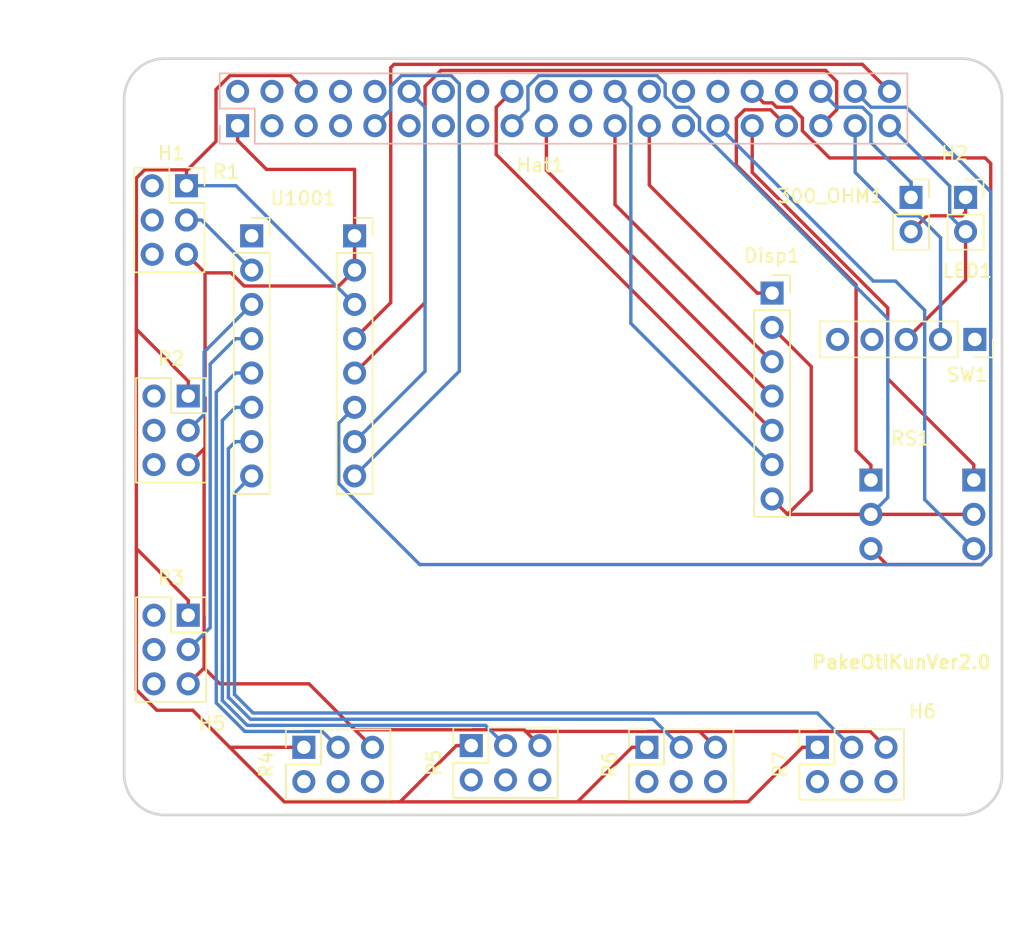
<source format=kicad_pcb>
(kicad_pcb (version 20171130) (host pcbnew "(5.1.0)-1")

  (general
    (thickness 1.6)
    (drawings 9)
    (tracks 232)
    (zones 0)
    (modules 18)
    (nets 74)
  )

  (page A)
  (title_block
    (title "Internet Interrupter v1")
    (rev 1)
    (company "Edje Electronics")
  )

  (layers
    (0 F.Cu signal)
    (31 B.Cu signal)
    (32 B.Adhes user)
    (33 F.Adhes user)
    (34 B.Paste user)
    (35 F.Paste user)
    (36 B.SilkS user)
    (37 F.SilkS user)
    (38 B.Mask user)
    (39 F.Mask user)
    (40 Dwgs.User user)
    (41 Cmts.User user)
    (42 Eco1.User user)
    (43 Eco2.User user)
    (44 Edge.Cuts user)
    (45 Margin user)
    (46 B.CrtYd user)
    (47 F.CrtYd user)
    (48 B.Fab user)
    (49 F.Fab user)
  )

  (setup
    (last_trace_width 0.25)
    (user_trace_width 0.2)
    (user_trace_width 0.3)
    (trace_clearance 0.2)
    (zone_clearance 0.508)
    (zone_45_only yes)
    (trace_min 0.2)
    (via_size 0.8)
    (via_drill 0.4)
    (via_min_size 0.4)
    (via_min_drill 0.3)
    (uvia_size 0.3)
    (uvia_drill 0.1)
    (uvias_allowed no)
    (uvia_min_size 0.2)
    (uvia_min_drill 0.1)
    (edge_width 0.2)
    (segment_width 0.1)
    (pcb_text_width 0.3)
    (pcb_text_size 1.5 1.5)
    (mod_edge_width 0.15)
    (mod_text_size 1 1)
    (mod_text_width 0.15)
    (pad_size 2.75 2.75)
    (pad_drill 2.75)
    (pad_to_mask_clearance 0.051)
    (solder_mask_min_width 0.25)
    (aux_axis_origin 0 0)
    (visible_elements 7FFFFFFF)
    (pcbplotparams
      (layerselection 0x010fc_ffffffff)
      (usegerberextensions true)
      (usegerberattributes false)
      (usegerberadvancedattributes false)
      (creategerberjobfile false)
      (excludeedgelayer true)
      (linewidth 0.100000)
      (plotframeref false)
      (viasonmask false)
      (mode 1)
      (useauxorigin false)
      (hpglpennumber 1)
      (hpglpenspeed 20)
      (hpglpendiameter 15.000000)
      (psnegative false)
      (psa4output false)
      (plotreference true)
      (plotvalue true)
      (plotinvisibletext false)
      (padsonsilk false)
      (subtractmaskfromsilk false)
      (outputformat 1)
      (mirror false)
      (drillshape 0)
      (scaleselection 1)
      (outputdirectory "PakeOtiKun-gerber/"))
  )

  (net 0 "")
  (net 1 "Net-(U1001-Pad1)")
  (net 2 "Net-(300_OHM1-Pad2)")
  (net 3 "Net-(300_OHM1-Pad1)")
  (net 4 "Net-(Disp1-Pad1)")
  (net 5 "Net-(Disp1-Pad2)")
  (net 6 "Net-(Disp1-Pad3)")
  (net 7 "Net-(Disp1-Pad4)")
  (net 8 "Net-(Disp1-Pad5)")
  (net 9 "Net-(Disp1-Pad6)")
  (net 10 "Net-(Hat1-Pad6)")
  (net 11 "Net-(Hat1-Pad3)")
  (net 12 "Net-(Hat1-Pad15)")
  (net 13 "Net-(Hat1-Pad16)")
  (net 14 "Net-(Hat1-Pad4)")
  (net 15 "Net-(Hat1-Pad5)")
  (net 16 "Net-(Hat1-Pad2)")
  (net 17 "Net-(Hat1-Pad12)")
  (net 18 "Net-(Hat1-Pad27)")
  (net 19 "Net-(Hat1-Pad28)")
  (net 20 "Net-(Hat1-Pad13)")
  (net 21 "Net-(Hat1-Pad10)")
  (net 22 "Net-(Hat1-Pad20)")
  (net 23 "Net-(Hat1-Pad33)")
  (net 24 "Net-(Hat1-Pad34)")
  (net 25 "Net-(Hat1-Pad31)")
  (net 26 "Net-(Hat1-Pad32)")
  (net 27 "Net-(Hat1-Pad7)")
  (net 28 "Net-(Hat1-Pad8)")
  (net 29 "Net-(Hat1-Pad29)")
  (net 30 "Net-(Hat1-Pad30)")
  (net 31 "Net-(Hat1-Pad21)")
  (net 32 "Net-(Hat1-Pad22)")
  (net 33 "Net-(Hat1-Pad26)")
  (net 34 "Net-(R1-Pad6)")
  (net 35 "Net-(R1-Pad4)")
  (net 36 "Net-(R1-Pad3)")
  (net 37 "Net-(R1-Pad2)")
  (net 38 "Net-(R2-Pad2)")
  (net 39 "Net-(R2-Pad3)")
  (net 40 "Net-(R2-Pad4)")
  (net 41 "Net-(R2-Pad6)")
  (net 42 "Net-(R3-Pad6)")
  (net 43 "Net-(R3-Pad4)")
  (net 44 "Net-(R3-Pad3)")
  (net 45 "Net-(R3-Pad2)")
  (net 46 "Net-(R4-Pad2)")
  (net 47 "Net-(R4-Pad3)")
  (net 48 "Net-(R4-Pad4)")
  (net 49 "Net-(R4-Pad6)")
  (net 50 "Net-(R5-Pad6)")
  (net 51 "Net-(R5-Pad4)")
  (net 52 "Net-(R5-Pad3)")
  (net 53 "Net-(R5-Pad2)")
  (net 54 "Net-(R6-Pad2)")
  (net 55 "Net-(R6-Pad3)")
  (net 56 "Net-(R6-Pad4)")
  (net 57 "Net-(R6-Pad6)")
  (net 58 "Net-(R7-Pad6)")
  (net 59 "Net-(R7-Pad4)")
  (net 60 "Net-(R7-Pad3)")
  (net 61 "Net-(R7-Pad2)")
  (net 62 "Net-(SW1-Pad1)")
  (net 63 "Net-(SW1-Pad4)")
  (net 64 "Net-(SW1-Pad5)")
  (net 65 "Net-(Hat1-Pad39)")
  (net 66 "Net-(Hat1-Pad9)")
  (net 67 "Net-(Hat1-Pad38)")
  (net 68 "Net-(Hat1-Pad35)")
  (net 69 "Net-(Hat1-Pad40)")
  (net 70 "Net-(Hat1-Pad14)")
  (net 71 "Net-(Hat1-Pad11)")
  (net 72 "Net-(Hat1-Pad37)")
  (net 73 "Net-(Hat1-Pad1)")

  (net_class Default "This is the default net class."
    (clearance 0.2)
    (trace_width 0.25)
    (via_dia 0.8)
    (via_drill 0.4)
    (uvia_dia 0.3)
    (uvia_drill 0.1)
    (add_net "Net-(300_OHM1-Pad1)")
    (add_net "Net-(300_OHM1-Pad2)")
    (add_net "Net-(Disp1-Pad1)")
    (add_net "Net-(Disp1-Pad2)")
    (add_net "Net-(Disp1-Pad3)")
    (add_net "Net-(Disp1-Pad4)")
    (add_net "Net-(Disp1-Pad5)")
    (add_net "Net-(Disp1-Pad6)")
    (add_net "Net-(Hat1-Pad1)")
    (add_net "Net-(Hat1-Pad10)")
    (add_net "Net-(Hat1-Pad11)")
    (add_net "Net-(Hat1-Pad12)")
    (add_net "Net-(Hat1-Pad13)")
    (add_net "Net-(Hat1-Pad14)")
    (add_net "Net-(Hat1-Pad15)")
    (add_net "Net-(Hat1-Pad16)")
    (add_net "Net-(Hat1-Pad2)")
    (add_net "Net-(Hat1-Pad20)")
    (add_net "Net-(Hat1-Pad21)")
    (add_net "Net-(Hat1-Pad22)")
    (add_net "Net-(Hat1-Pad26)")
    (add_net "Net-(Hat1-Pad27)")
    (add_net "Net-(Hat1-Pad28)")
    (add_net "Net-(Hat1-Pad29)")
    (add_net "Net-(Hat1-Pad3)")
    (add_net "Net-(Hat1-Pad30)")
    (add_net "Net-(Hat1-Pad31)")
    (add_net "Net-(Hat1-Pad32)")
    (add_net "Net-(Hat1-Pad33)")
    (add_net "Net-(Hat1-Pad34)")
    (add_net "Net-(Hat1-Pad35)")
    (add_net "Net-(Hat1-Pad37)")
    (add_net "Net-(Hat1-Pad38)")
    (add_net "Net-(Hat1-Pad39)")
    (add_net "Net-(Hat1-Pad4)")
    (add_net "Net-(Hat1-Pad40)")
    (add_net "Net-(Hat1-Pad5)")
    (add_net "Net-(Hat1-Pad6)")
    (add_net "Net-(Hat1-Pad7)")
    (add_net "Net-(Hat1-Pad8)")
    (add_net "Net-(Hat1-Pad9)")
    (add_net "Net-(R1-Pad2)")
    (add_net "Net-(R1-Pad3)")
    (add_net "Net-(R1-Pad4)")
    (add_net "Net-(R1-Pad6)")
    (add_net "Net-(R2-Pad2)")
    (add_net "Net-(R2-Pad3)")
    (add_net "Net-(R2-Pad4)")
    (add_net "Net-(R2-Pad6)")
    (add_net "Net-(R3-Pad2)")
    (add_net "Net-(R3-Pad3)")
    (add_net "Net-(R3-Pad4)")
    (add_net "Net-(R3-Pad6)")
    (add_net "Net-(R4-Pad2)")
    (add_net "Net-(R4-Pad3)")
    (add_net "Net-(R4-Pad4)")
    (add_net "Net-(R4-Pad6)")
    (add_net "Net-(R5-Pad2)")
    (add_net "Net-(R5-Pad3)")
    (add_net "Net-(R5-Pad4)")
    (add_net "Net-(R5-Pad6)")
    (add_net "Net-(R6-Pad2)")
    (add_net "Net-(R6-Pad3)")
    (add_net "Net-(R6-Pad4)")
    (add_net "Net-(R6-Pad6)")
    (add_net "Net-(R7-Pad2)")
    (add_net "Net-(R7-Pad3)")
    (add_net "Net-(R7-Pad4)")
    (add_net "Net-(R7-Pad6)")
    (add_net "Net-(SW1-Pad1)")
    (add_net "Net-(SW1-Pad4)")
    (add_net "Net-(SW1-Pad5)")
    (add_net "Net-(U1001-Pad1)")
  )

  (net_class Ethernet ""
    (clearance 0.2)
    (trace_width 0.2)
    (via_dia 0.8)
    (via_drill 0.4)
    (uvia_dia 0.3)
    (uvia_drill 0.1)
    (diff_pair_width 0.2)
    (diff_pair_gap 0.2)
  )

  (module Connector_PinSocket_2.54mm:PinSocket_2x03_P2.54mm_Vertical placed (layer F.Cu) (tedit 5A19A425) (tstamp 5DBF5FCF)
    (at 109.2454 95.7326)
    (descr "Through hole straight socket strip, 2x03, 2.54mm pitch, double cols (from Kicad 4.0.7), script generated")
    (tags "Through hole socket strip THT 2x03 2.54mm double row")
    (path /5DBFA974)
    (fp_text reference R2 (at -1.27 -2.77) (layer F.SilkS)
      (effects (font (size 1 1) (thickness 0.15)))
    )
    (fp_text value Conn_02x03_Counter_Clockwise (at -1.27 7.85) (layer F.Fab)
      (effects (font (size 1 1) (thickness 0.15)))
    )
    (fp_line (start -3.81 -1.27) (end 0.27 -1.27) (layer F.Fab) (width 0.1))
    (fp_line (start 0.27 -1.27) (end 1.27 -0.27) (layer F.Fab) (width 0.1))
    (fp_line (start 1.27 -0.27) (end 1.27 6.35) (layer F.Fab) (width 0.1))
    (fp_line (start 1.27 6.35) (end -3.81 6.35) (layer F.Fab) (width 0.1))
    (fp_line (start -3.81 6.35) (end -3.81 -1.27) (layer F.Fab) (width 0.1))
    (fp_line (start -3.87 -1.33) (end -1.27 -1.33) (layer F.SilkS) (width 0.12))
    (fp_line (start -3.87 -1.33) (end -3.87 6.41) (layer F.SilkS) (width 0.12))
    (fp_line (start -3.87 6.41) (end 1.33 6.41) (layer F.SilkS) (width 0.12))
    (fp_line (start 1.33 1.27) (end 1.33 6.41) (layer F.SilkS) (width 0.12))
    (fp_line (start -1.27 1.27) (end 1.33 1.27) (layer F.SilkS) (width 0.12))
    (fp_line (start -1.27 -1.33) (end -1.27 1.27) (layer F.SilkS) (width 0.12))
    (fp_line (start 1.33 -1.33) (end 1.33 0) (layer F.SilkS) (width 0.12))
    (fp_line (start 0 -1.33) (end 1.33 -1.33) (layer F.SilkS) (width 0.12))
    (fp_line (start -4.34 -1.8) (end 1.76 -1.8) (layer F.CrtYd) (width 0.05))
    (fp_line (start 1.76 -1.8) (end 1.76 6.85) (layer F.CrtYd) (width 0.05))
    (fp_line (start 1.76 6.85) (end -4.34 6.85) (layer F.CrtYd) (width 0.05))
    (fp_line (start -4.34 6.85) (end -4.34 -1.8) (layer F.CrtYd) (width 0.05))
    (fp_text user %R (at -1.27 2.54 90) (layer F.Fab)
      (effects (font (size 1 1) (thickness 0.15)))
    )
    (pad 1 thru_hole rect (at 0 0) (size 1.7 1.7) (drill 1) (layers *.Cu *.Mask)
      (net 10 "Net-(Hat1-Pad6)"))
    (pad 2 thru_hole oval (at -2.54 0) (size 1.7 1.7) (drill 1) (layers *.Cu *.Mask)
      (net 38 "Net-(R2-Pad2)"))
    (pad 3 thru_hole oval (at 0 2.54) (size 1.7 1.7) (drill 1) (layers *.Cu *.Mask)
      (net 39 "Net-(R2-Pad3)"))
    (pad 4 thru_hole oval (at -2.54 2.54) (size 1.7 1.7) (drill 1) (layers *.Cu *.Mask)
      (net 40 "Net-(R2-Pad4)"))
    (pad 5 thru_hole oval (at 0 5.08) (size 1.7 1.7) (drill 1) (layers *.Cu *.Mask)
      (net 73 "Net-(Hat1-Pad1)"))
    (pad 6 thru_hole oval (at -2.54 5.08) (size 1.7 1.7) (drill 1) (layers *.Cu *.Mask)
      (net 41 "Net-(R2-Pad6)"))
    (model ${KISYS3DMOD}/Connector_PinSocket_2.54mm.3dshapes/PinSocket_2x03_P2.54mm_Vertical.wrl
      (at (xyz 0 0 0))
      (scale (xyz 1 1 1))
      (rotate (xyz 0 0 0))
    )
  )

  (module myFP:MountingHole_2.75mm_NoPad (layer F.Cu) (tedit 5C3A4CEB) (tstamp 5C46DEC4)
    (at 166 74.25)
    (path /5C3A4FCD)
    (fp_text reference H2 (at 0 3.5) (layer F.SilkS)
      (effects (font (size 1 1) (thickness 0.15)))
    )
    (fp_text value MountingHole (at 0 -3.5) (layer F.Fab)
      (effects (font (size 1 1) (thickness 0.15)))
    )
    (fp_circle (center 0 0) (end 2.8 0) (layer F.CrtYd) (width 0.05))
    (fp_text user %R (at 0 0) (layer F.Fab)
      (effects (font (size 1 1) (thickness 0.15)))
    )
    (pad "" np_thru_hole circle (at 0 0) (size 2.75 2.75) (drill 2.75) (layers *.Cu *.Mask)
      (solder_mask_margin 1.375))
  )

  (module myFP:MountingHole_2.75mm_NoPad (layer F.Cu) (tedit 5C3A4CEB) (tstamp 5C46DFCA)
    (at 166 123.25)
    (path /5C3A4CC1)
    (fp_text reference H6 (at -2.3732 -4.1748) (layer F.SilkS)
      (effects (font (size 1 1) (thickness 0.15)))
    )
    (fp_text value MountingHole (at 0 -3.5) (layer F.Fab)
      (effects (font (size 1 1) (thickness 0.15)))
    )
    (fp_circle (center 0 0) (end 2.8 0) (layer F.CrtYd) (width 0.05))
    (fp_text user %R (at 0 0) (layer F.Fab)
      (effects (font (size 1 1) (thickness 0.15)))
    )
    (pad "" np_thru_hole circle (at 0 0) (size 2.75 2.75) (drill 2.75) (layers *.Cu *.Mask)
      (solder_mask_margin 1.375))
  )

  (module myFP:MountingHole_2.75mm_NoPad (layer F.Cu) (tedit 5C3A4CEB) (tstamp 5C46E09C)
    (at 108 74.25)
    (path /5C3A5037)
    (fp_text reference H1 (at 0 3.5) (layer F.SilkS)
      (effects (font (size 1 1) (thickness 0.15)))
    )
    (fp_text value MountingHole (at -7.543 -6.9908) (layer F.Fab)
      (effects (font (size 1 1) (thickness 0.15)))
    )
    (fp_circle (center 0 0) (end 2.8 0) (layer F.CrtYd) (width 0.05))
    (fp_text user %R (at 0 0) (layer F.Fab)
      (effects (font (size 1 1) (thickness 0.15)))
    )
    (pad "" np_thru_hole circle (at 0 0) (size 2.75 2.75) (drill 2.75) (layers *.Cu *.Mask)
      (solder_mask_margin 1.375))
  )

  (module myFP:MountingHole_2.75mm_NoPad (layer F.Cu) (tedit 5C3A4CEB) (tstamp 5C46E061)
    (at 108 123.25)
    (path /5C3A4EA3)
    (fp_text reference H5 (at 2.998 -3.2604) (layer F.SilkS)
      (effects (font (size 1 1) (thickness 0.15)))
    )
    (fp_text value MountingHole (at 0 -3.5) (layer F.Fab)
      (effects (font (size 1 1) (thickness 0.15)))
    )
    (fp_circle (center 0 0) (end 2.8 0) (layer F.CrtYd) (width 0.05))
    (fp_text user %R (at 0 0) (layer F.Fab)
      (effects (font (size 1 1) (thickness 0.15)))
    )
    (pad "" np_thru_hole circle (at 0 0) (size 2.75 2.75) (drill 2.75) (layers *.Cu *.Mask)
      (solder_mask_margin 1.375))
  )

  (module Connector_PinSocket_2.54mm:PinSocket_1x05_P2.54mm_Vertical placed (layer F.Cu) (tedit 5A19A420) (tstamp 5DBF5FB3)
    (at 167.4876 91.5416 270)
    (descr "Through hole straight socket strip, 1x05, 2.54mm pitch, single row (from Kicad 4.0.7), script generated")
    (tags "Through hole socket strip THT 1x05 2.54mm single row")
    (path /5DBFD752)
    (fp_text reference SW1 (at 2.6162 0.5588 180) (layer F.SilkS)
      (effects (font (size 1 1) (thickness 0.15)))
    )
    (fp_text value Conn_01x05_Female (at 0 12.93 270) (layer F.Fab)
      (effects (font (size 1 1) (thickness 0.15)))
    )
    (fp_line (start -1.27 -1.27) (end 0.635 -1.27) (layer F.Fab) (width 0.1))
    (fp_line (start 0.635 -1.27) (end 1.27 -0.635) (layer F.Fab) (width 0.1))
    (fp_line (start 1.27 -0.635) (end 1.27 11.43) (layer F.Fab) (width 0.1))
    (fp_line (start 1.27 11.43) (end -1.27 11.43) (layer F.Fab) (width 0.1))
    (fp_line (start -1.27 11.43) (end -1.27 -1.27) (layer F.Fab) (width 0.1))
    (fp_line (start -1.33 1.27) (end 1.33 1.27) (layer F.SilkS) (width 0.12))
    (fp_line (start -1.33 1.27) (end -1.33 11.49) (layer F.SilkS) (width 0.12))
    (fp_line (start -1.33 11.49) (end 1.33 11.49) (layer F.SilkS) (width 0.12))
    (fp_line (start 1.33 1.27) (end 1.33 11.49) (layer F.SilkS) (width 0.12))
    (fp_line (start 1.33 -1.33) (end 1.33 0) (layer F.SilkS) (width 0.12))
    (fp_line (start 0 -1.33) (end 1.33 -1.33) (layer F.SilkS) (width 0.12))
    (fp_line (start -1.8 -1.8) (end 1.75 -1.8) (layer F.CrtYd) (width 0.05))
    (fp_line (start 1.75 -1.8) (end 1.75 11.9) (layer F.CrtYd) (width 0.05))
    (fp_line (start 1.75 11.9) (end -1.8 11.9) (layer F.CrtYd) (width 0.05))
    (fp_line (start -1.8 11.9) (end -1.8 -1.8) (layer F.CrtYd) (width 0.05))
    (fp_text user %R (at 0 5.08) (layer F.Fab)
      (effects (font (size 1 1) (thickness 0.15)))
    )
    (pad 1 thru_hole rect (at 0 0 270) (size 1.7 1.7) (drill 1) (layers *.Cu *.Mask)
      (net 62 "Net-(SW1-Pad1)"))
    (pad 2 thru_hole oval (at 0 2.54 270) (size 1.7 1.7) (drill 1) (layers *.Cu *.Mask)
      (net 72 "Net-(Hat1-Pad37)"))
    (pad 3 thru_hole oval (at 0 5.08 270) (size 1.7 1.7) (drill 1) (layers *.Cu *.Mask)
      (net 65 "Net-(Hat1-Pad39)"))
    (pad 4 thru_hole oval (at 0 7.62 270) (size 1.7 1.7) (drill 1) (layers *.Cu *.Mask)
      (net 63 "Net-(SW1-Pad4)"))
    (pad 5 thru_hole oval (at 0 10.16 270) (size 1.7 1.7) (drill 1) (layers *.Cu *.Mask)
      (net 64 "Net-(SW1-Pad5)"))
    (model ${KISYS3DMOD}/Connector_PinSocket_2.54mm.3dshapes/PinSocket_1x05_P2.54mm_Vertical.wrl
      (at (xyz 0 0 0))
      (scale (xyz 1 1 1))
      (rotate (xyz 0 0 0))
    )
  )

  (module Connector_PinSocket_2.54mm:PinSocket_1x07_P2.54mm_Vertical placed (layer F.Cu) (tedit 5A19A433) (tstamp 5DBF5FEA)
    (at 152.4762 88.1126)
    (descr "Through hole straight socket strip, 1x07, 2.54mm pitch, single row (from Kicad 4.0.7), script generated")
    (tags "Through hole socket strip THT 1x07 2.54mm single row")
    (path /5DBFC1D4)
    (fp_text reference Disp1 (at 0 -2.77) (layer F.SilkS)
      (effects (font (size 1 1) (thickness 0.15)))
    )
    (fp_text value Conn_01x07_Female (at 0 18.01) (layer F.Fab)
      (effects (font (size 1 1) (thickness 0.15)))
    )
    (fp_line (start -1.27 -1.27) (end 0.635 -1.27) (layer F.Fab) (width 0.1))
    (fp_line (start 0.635 -1.27) (end 1.27 -0.635) (layer F.Fab) (width 0.1))
    (fp_line (start 1.27 -0.635) (end 1.27 16.51) (layer F.Fab) (width 0.1))
    (fp_line (start 1.27 16.51) (end -1.27 16.51) (layer F.Fab) (width 0.1))
    (fp_line (start -1.27 16.51) (end -1.27 -1.27) (layer F.Fab) (width 0.1))
    (fp_line (start -1.33 1.27) (end 1.33 1.27) (layer F.SilkS) (width 0.12))
    (fp_line (start -1.33 1.27) (end -1.33 16.57) (layer F.SilkS) (width 0.12))
    (fp_line (start -1.33 16.57) (end 1.33 16.57) (layer F.SilkS) (width 0.12))
    (fp_line (start 1.33 1.27) (end 1.33 16.57) (layer F.SilkS) (width 0.12))
    (fp_line (start 1.33 -1.33) (end 1.33 0) (layer F.SilkS) (width 0.12))
    (fp_line (start 0 -1.33) (end 1.33 -1.33) (layer F.SilkS) (width 0.12))
    (fp_line (start -1.8 -1.8) (end 1.75 -1.8) (layer F.CrtYd) (width 0.05))
    (fp_line (start 1.75 -1.8) (end 1.75 17) (layer F.CrtYd) (width 0.05))
    (fp_line (start 1.75 17) (end -1.8 17) (layer F.CrtYd) (width 0.05))
    (fp_line (start -1.8 17) (end -1.8 -1.8) (layer F.CrtYd) (width 0.05))
    (fp_text user %R (at 0 7.62 -270) (layer F.Fab)
      (effects (font (size 1 1) (thickness 0.15)))
    )
    (pad 1 thru_hole rect (at 0 0) (size 1.7 1.7) (drill 1) (layers *.Cu *.Mask)
      (net 4 "Net-(Disp1-Pad1)"))
    (pad 2 thru_hole oval (at 0 2.54) (size 1.7 1.7) (drill 1) (layers *.Cu *.Mask)
      (net 5 "Net-(Disp1-Pad2)"))
    (pad 3 thru_hole oval (at 0 5.08) (size 1.7 1.7) (drill 1) (layers *.Cu *.Mask)
      (net 6 "Net-(Disp1-Pad3)"))
    (pad 4 thru_hole oval (at 0 7.62) (size 1.7 1.7) (drill 1) (layers *.Cu *.Mask)
      (net 7 "Net-(Disp1-Pad4)"))
    (pad 5 thru_hole oval (at 0 10.16) (size 1.7 1.7) (drill 1) (layers *.Cu *.Mask)
      (net 8 "Net-(Disp1-Pad5)"))
    (pad 6 thru_hole oval (at 0 12.7) (size 1.7 1.7) (drill 1) (layers *.Cu *.Mask)
      (net 9 "Net-(Disp1-Pad6)"))
    (pad 7 thru_hole oval (at 0 15.24) (size 1.7 1.7) (drill 1) (layers *.Cu *.Mask)
      (net 5 "Net-(Disp1-Pad2)"))
    (model ${KISYS3DMOD}/Connector_PinSocket_2.54mm.3dshapes/PinSocket_1x07_P2.54mm_Vertical.wrl
      (at (xyz 0 0 0))
      (scale (xyz 1 1 1))
      (rotate (xyz 0 0 0))
    )
  )

  (module Connector_PinSocket_2.54mm:PinSocket_2x03_P2.54mm_Vertical placed (layer F.Cu) (tedit 5A19A425) (tstamp 5DBF6006)
    (at 109.2454 111.9632)
    (descr "Through hole straight socket strip, 2x03, 2.54mm pitch, double cols (from Kicad 4.0.7), script generated")
    (tags "Through hole socket strip THT 2x03 2.54mm double row")
    (path /5DBFA326)
    (fp_text reference R3 (at -1.27 -2.77) (layer F.SilkS)
      (effects (font (size 1 1) (thickness 0.15)))
    )
    (fp_text value Conn_02x03_Counter_Clockwise (at -1.27 7.85) (layer F.Fab)
      (effects (font (size 1 1) (thickness 0.15)))
    )
    (fp_text user %R (at -1.27 2.54 90) (layer F.Fab)
      (effects (font (size 1 1) (thickness 0.15)))
    )
    (fp_line (start -4.34 6.85) (end -4.34 -1.8) (layer F.CrtYd) (width 0.05))
    (fp_line (start 1.76 6.85) (end -4.34 6.85) (layer F.CrtYd) (width 0.05))
    (fp_line (start 1.76 -1.8) (end 1.76 6.85) (layer F.CrtYd) (width 0.05))
    (fp_line (start -4.34 -1.8) (end 1.76 -1.8) (layer F.CrtYd) (width 0.05))
    (fp_line (start 0 -1.33) (end 1.33 -1.33) (layer F.SilkS) (width 0.12))
    (fp_line (start 1.33 -1.33) (end 1.33 0) (layer F.SilkS) (width 0.12))
    (fp_line (start -1.27 -1.33) (end -1.27 1.27) (layer F.SilkS) (width 0.12))
    (fp_line (start -1.27 1.27) (end 1.33 1.27) (layer F.SilkS) (width 0.12))
    (fp_line (start 1.33 1.27) (end 1.33 6.41) (layer F.SilkS) (width 0.12))
    (fp_line (start -3.87 6.41) (end 1.33 6.41) (layer F.SilkS) (width 0.12))
    (fp_line (start -3.87 -1.33) (end -3.87 6.41) (layer F.SilkS) (width 0.12))
    (fp_line (start -3.87 -1.33) (end -1.27 -1.33) (layer F.SilkS) (width 0.12))
    (fp_line (start -3.81 6.35) (end -3.81 -1.27) (layer F.Fab) (width 0.1))
    (fp_line (start 1.27 6.35) (end -3.81 6.35) (layer F.Fab) (width 0.1))
    (fp_line (start 1.27 -0.27) (end 1.27 6.35) (layer F.Fab) (width 0.1))
    (fp_line (start 0.27 -1.27) (end 1.27 -0.27) (layer F.Fab) (width 0.1))
    (fp_line (start -3.81 -1.27) (end 0.27 -1.27) (layer F.Fab) (width 0.1))
    (pad 6 thru_hole oval (at -2.54 5.08) (size 1.7 1.7) (drill 1) (layers *.Cu *.Mask)
      (net 42 "Net-(R3-Pad6)"))
    (pad 5 thru_hole oval (at 0 5.08) (size 1.7 1.7) (drill 1) (layers *.Cu *.Mask)
      (net 73 "Net-(Hat1-Pad1)"))
    (pad 4 thru_hole oval (at -2.54 2.54) (size 1.7 1.7) (drill 1) (layers *.Cu *.Mask)
      (net 43 "Net-(R3-Pad4)"))
    (pad 3 thru_hole oval (at 0 2.54) (size 1.7 1.7) (drill 1) (layers *.Cu *.Mask)
      (net 44 "Net-(R3-Pad3)"))
    (pad 2 thru_hole oval (at -2.54 0) (size 1.7 1.7) (drill 1) (layers *.Cu *.Mask)
      (net 45 "Net-(R3-Pad2)"))
    (pad 1 thru_hole rect (at 0 0) (size 1.7 1.7) (drill 1) (layers *.Cu *.Mask)
      (net 10 "Net-(Hat1-Pad6)"))
    (model ${KISYS3DMOD}/Connector_PinSocket_2.54mm.3dshapes/PinSocket_2x03_P2.54mm_Vertical.wrl
      (at (xyz 0 0 0))
      (scale (xyz 1 1 1))
      (rotate (xyz 0 0 0))
    )
  )

  (module Connector_PinSocket_2.54mm:PinSocket_2x03_P2.54mm_Vertical placed (layer F.Cu) (tedit 5A19A425) (tstamp 5DBF6022)
    (at 117.8052 121.7422 90)
    (descr "Through hole straight socket strip, 2x03, 2.54mm pitch, double cols (from Kicad 4.0.7), script generated")
    (tags "Through hole socket strip THT 2x03 2.54mm double row")
    (path /5DBF75DC)
    (fp_text reference R4 (at -1.27 -2.77 90) (layer F.SilkS)
      (effects (font (size 1 1) (thickness 0.15)))
    )
    (fp_text value Conn_02x03_Counter_Clockwise (at -1.27 7.85 90) (layer F.Fab)
      (effects (font (size 1 1) (thickness 0.15)))
    )
    (fp_line (start -3.81 -1.27) (end 0.27 -1.27) (layer F.Fab) (width 0.1))
    (fp_line (start 0.27 -1.27) (end 1.27 -0.27) (layer F.Fab) (width 0.1))
    (fp_line (start 1.27 -0.27) (end 1.27 6.35) (layer F.Fab) (width 0.1))
    (fp_line (start 1.27 6.35) (end -3.81 6.35) (layer F.Fab) (width 0.1))
    (fp_line (start -3.81 6.35) (end -3.81 -1.27) (layer F.Fab) (width 0.1))
    (fp_line (start -3.87 -1.33) (end -1.27 -1.33) (layer F.SilkS) (width 0.12))
    (fp_line (start -3.87 -1.33) (end -3.87 6.41) (layer F.SilkS) (width 0.12))
    (fp_line (start -3.87 6.41) (end 1.33 6.41) (layer F.SilkS) (width 0.12))
    (fp_line (start 1.33 1.27) (end 1.33 6.41) (layer F.SilkS) (width 0.12))
    (fp_line (start -1.27 1.27) (end 1.33 1.27) (layer F.SilkS) (width 0.12))
    (fp_line (start -1.27 -1.33) (end -1.27 1.27) (layer F.SilkS) (width 0.12))
    (fp_line (start 1.33 -1.33) (end 1.33 0) (layer F.SilkS) (width 0.12))
    (fp_line (start 0 -1.33) (end 1.33 -1.33) (layer F.SilkS) (width 0.12))
    (fp_line (start -4.34 -1.8) (end 1.76 -1.8) (layer F.CrtYd) (width 0.05))
    (fp_line (start 1.76 -1.8) (end 1.76 6.85) (layer F.CrtYd) (width 0.05))
    (fp_line (start 1.76 6.85) (end -4.34 6.85) (layer F.CrtYd) (width 0.05))
    (fp_line (start -4.34 6.85) (end -4.34 -1.8) (layer F.CrtYd) (width 0.05))
    (fp_text user %R (at -1.27 2.54 -180) (layer F.Fab)
      (effects (font (size 1 1) (thickness 0.15)))
    )
    (pad 1 thru_hole rect (at 0 0 90) (size 1.7 1.7) (drill 1) (layers *.Cu *.Mask)
      (net 10 "Net-(Hat1-Pad6)"))
    (pad 2 thru_hole oval (at -2.54 0 90) (size 1.7 1.7) (drill 1) (layers *.Cu *.Mask)
      (net 46 "Net-(R4-Pad2)"))
    (pad 3 thru_hole oval (at 0 2.54 90) (size 1.7 1.7) (drill 1) (layers *.Cu *.Mask)
      (net 47 "Net-(R4-Pad3)"))
    (pad 4 thru_hole oval (at -2.54 2.54 90) (size 1.7 1.7) (drill 1) (layers *.Cu *.Mask)
      (net 48 "Net-(R4-Pad4)"))
    (pad 5 thru_hole oval (at 0 5.08 90) (size 1.7 1.7) (drill 1) (layers *.Cu *.Mask)
      (net 73 "Net-(Hat1-Pad1)"))
    (pad 6 thru_hole oval (at -2.54 5.08 90) (size 1.7 1.7) (drill 1) (layers *.Cu *.Mask)
      (net 49 "Net-(R4-Pad6)"))
    (model ${KISYS3DMOD}/Connector_PinSocket_2.54mm.3dshapes/PinSocket_2x03_P2.54mm_Vertical.wrl
      (at (xyz 0 0 0))
      (scale (xyz 1 1 1))
      (rotate (xyz 0 0 0))
    )
  )

  (module Connector_PinSocket_2.54mm:PinSocket_2x03_P2.54mm_Vertical placed (layer F.Cu) (tedit 5A19A425) (tstamp 5DBF603E)
    (at 130.2004 121.6152 90)
    (descr "Through hole straight socket strip, 2x03, 2.54mm pitch, double cols (from Kicad 4.0.7), script generated")
    (tags "Through hole socket strip THT 2x03 2.54mm double row")
    (path /5DBFB5E6)
    (fp_text reference R5 (at -1.27 -2.77 90) (layer F.SilkS)
      (effects (font (size 1 1) (thickness 0.15)))
    )
    (fp_text value Conn_02x03_Counter_Clockwise (at -1.27 7.85 90) (layer F.Fab)
      (effects (font (size 1 1) (thickness 0.15)))
    )
    (fp_text user %R (at -1.27 2.54 -90) (layer F.Fab)
      (effects (font (size 1 1) (thickness 0.15)))
    )
    (fp_line (start -4.34 6.85) (end -4.34 -1.8) (layer F.CrtYd) (width 0.05))
    (fp_line (start 1.76 6.85) (end -4.34 6.85) (layer F.CrtYd) (width 0.05))
    (fp_line (start 1.76 -1.8) (end 1.76 6.85) (layer F.CrtYd) (width 0.05))
    (fp_line (start -4.34 -1.8) (end 1.76 -1.8) (layer F.CrtYd) (width 0.05))
    (fp_line (start 0 -1.33) (end 1.33 -1.33) (layer F.SilkS) (width 0.12))
    (fp_line (start 1.33 -1.33) (end 1.33 0) (layer F.SilkS) (width 0.12))
    (fp_line (start -1.27 -1.33) (end -1.27 1.27) (layer F.SilkS) (width 0.12))
    (fp_line (start -1.27 1.27) (end 1.33 1.27) (layer F.SilkS) (width 0.12))
    (fp_line (start 1.33 1.27) (end 1.33 6.41) (layer F.SilkS) (width 0.12))
    (fp_line (start -3.87 6.41) (end 1.33 6.41) (layer F.SilkS) (width 0.12))
    (fp_line (start -3.87 -1.33) (end -3.87 6.41) (layer F.SilkS) (width 0.12))
    (fp_line (start -3.87 -1.33) (end -1.27 -1.33) (layer F.SilkS) (width 0.12))
    (fp_line (start -3.81 6.35) (end -3.81 -1.27) (layer F.Fab) (width 0.1))
    (fp_line (start 1.27 6.35) (end -3.81 6.35) (layer F.Fab) (width 0.1))
    (fp_line (start 1.27 -0.27) (end 1.27 6.35) (layer F.Fab) (width 0.1))
    (fp_line (start 0.27 -1.27) (end 1.27 -0.27) (layer F.Fab) (width 0.1))
    (fp_line (start -3.81 -1.27) (end 0.27 -1.27) (layer F.Fab) (width 0.1))
    (pad 6 thru_hole oval (at -2.54 5.08 90) (size 1.7 1.7) (drill 1) (layers *.Cu *.Mask)
      (net 50 "Net-(R5-Pad6)"))
    (pad 5 thru_hole oval (at 0 5.08 90) (size 1.7 1.7) (drill 1) (layers *.Cu *.Mask)
      (net 73 "Net-(Hat1-Pad1)"))
    (pad 4 thru_hole oval (at -2.54 2.54 90) (size 1.7 1.7) (drill 1) (layers *.Cu *.Mask)
      (net 51 "Net-(R5-Pad4)"))
    (pad 3 thru_hole oval (at 0 2.54 90) (size 1.7 1.7) (drill 1) (layers *.Cu *.Mask)
      (net 52 "Net-(R5-Pad3)"))
    (pad 2 thru_hole oval (at -2.54 0 90) (size 1.7 1.7) (drill 1) (layers *.Cu *.Mask)
      (net 53 "Net-(R5-Pad2)"))
    (pad 1 thru_hole rect (at 0 0 90) (size 1.7 1.7) (drill 1) (layers *.Cu *.Mask)
      (net 10 "Net-(Hat1-Pad6)"))
    (model ${KISYS3DMOD}/Connector_PinSocket_2.54mm.3dshapes/PinSocket_2x03_P2.54mm_Vertical.wrl
      (at (xyz 0 0 0))
      (scale (xyz 1 1 1))
      (rotate (xyz 0 0 0))
    )
  )

  (module Connector_PinSocket_2.54mm:PinSocket_2x03_P2.54mm_Vertical placed (layer F.Cu) (tedit 5A19A425) (tstamp 5DBF605A)
    (at 143.2052 121.7422 90)
    (descr "Through hole straight socket strip, 2x03, 2.54mm pitch, double cols (from Kicad 4.0.7), script generated")
    (tags "Through hole socket strip THT 2x03 2.54mm double row")
    (path /5DBFBAEF)
    (fp_text reference R6 (at -1.27 -2.77 90) (layer F.SilkS)
      (effects (font (size 1 1) (thickness 0.15)))
    )
    (fp_text value Conn_02x03_Counter_Clockwise (at -1.27 7.85 90) (layer F.Fab)
      (effects (font (size 1 1) (thickness 0.15)))
    )
    (fp_line (start -3.81 -1.27) (end 0.27 -1.27) (layer F.Fab) (width 0.1))
    (fp_line (start 0.27 -1.27) (end 1.27 -0.27) (layer F.Fab) (width 0.1))
    (fp_line (start 1.27 -0.27) (end 1.27 6.35) (layer F.Fab) (width 0.1))
    (fp_line (start 1.27 6.35) (end -3.81 6.35) (layer F.Fab) (width 0.1))
    (fp_line (start -3.81 6.35) (end -3.81 -1.27) (layer F.Fab) (width 0.1))
    (fp_line (start -3.87 -1.33) (end -1.27 -1.33) (layer F.SilkS) (width 0.12))
    (fp_line (start -3.87 -1.33) (end -3.87 6.41) (layer F.SilkS) (width 0.12))
    (fp_line (start -3.87 6.41) (end 1.33 6.41) (layer F.SilkS) (width 0.12))
    (fp_line (start 1.33 1.27) (end 1.33 6.41) (layer F.SilkS) (width 0.12))
    (fp_line (start -1.27 1.27) (end 1.33 1.27) (layer F.SilkS) (width 0.12))
    (fp_line (start -1.27 -1.33) (end -1.27 1.27) (layer F.SilkS) (width 0.12))
    (fp_line (start 1.33 -1.33) (end 1.33 0) (layer F.SilkS) (width 0.12))
    (fp_line (start 0 -1.33) (end 1.33 -1.33) (layer F.SilkS) (width 0.12))
    (fp_line (start -4.34 -1.8) (end 1.76 -1.8) (layer F.CrtYd) (width 0.05))
    (fp_line (start 1.76 -1.8) (end 1.76 6.85) (layer F.CrtYd) (width 0.05))
    (fp_line (start 1.76 6.85) (end -4.34 6.85) (layer F.CrtYd) (width 0.05))
    (fp_line (start -4.34 6.85) (end -4.34 -1.8) (layer F.CrtYd) (width 0.05))
    (fp_text user %R (at -1.27 2.54 -90) (layer F.Fab)
      (effects (font (size 1 1) (thickness 0.15)))
    )
    (pad 1 thru_hole rect (at 0 0 90) (size 1.7 1.7) (drill 1) (layers *.Cu *.Mask)
      (net 10 "Net-(Hat1-Pad6)"))
    (pad 2 thru_hole oval (at -2.54 0 90) (size 1.7 1.7) (drill 1) (layers *.Cu *.Mask)
      (net 54 "Net-(R6-Pad2)"))
    (pad 3 thru_hole oval (at 0 2.54 90) (size 1.7 1.7) (drill 1) (layers *.Cu *.Mask)
      (net 55 "Net-(R6-Pad3)"))
    (pad 4 thru_hole oval (at -2.54 2.54 90) (size 1.7 1.7) (drill 1) (layers *.Cu *.Mask)
      (net 56 "Net-(R6-Pad4)"))
    (pad 5 thru_hole oval (at 0 5.08 90) (size 1.7 1.7) (drill 1) (layers *.Cu *.Mask)
      (net 73 "Net-(Hat1-Pad1)"))
    (pad 6 thru_hole oval (at -2.54 5.08 90) (size 1.7 1.7) (drill 1) (layers *.Cu *.Mask)
      (net 57 "Net-(R6-Pad6)"))
    (model ${KISYS3DMOD}/Connector_PinSocket_2.54mm.3dshapes/PinSocket_2x03_P2.54mm_Vertical.wrl
      (at (xyz 0 0 0))
      (scale (xyz 1 1 1))
      (rotate (xyz 0 0 0))
    )
  )

  (module Connector_PinSocket_2.54mm:PinSocket_2x03_P2.54mm_Vertical placed (layer F.Cu) (tedit 5A19A425) (tstamp 5DBF6076)
    (at 155.829 121.7422 90)
    (descr "Through hole straight socket strip, 2x03, 2.54mm pitch, double cols (from Kicad 4.0.7), script generated")
    (tags "Through hole socket strip THT 2x03 2.54mm double row")
    (path /5DBFBF56)
    (fp_text reference R7 (at -1.27 -2.77 90) (layer F.SilkS)
      (effects (font (size 1 1) (thickness 0.15)))
    )
    (fp_text value Conn_02x03_Counter_Clockwise (at -1.27 7.85 90) (layer F.Fab)
      (effects (font (size 1 1) (thickness 0.15)))
    )
    (fp_text user %R (at -1.27 2.54) (layer F.Fab)
      (effects (font (size 1 1) (thickness 0.15)))
    )
    (fp_line (start -4.34 6.85) (end -4.34 -1.8) (layer F.CrtYd) (width 0.05))
    (fp_line (start 1.76 6.85) (end -4.34 6.85) (layer F.CrtYd) (width 0.05))
    (fp_line (start 1.76 -1.8) (end 1.76 6.85) (layer F.CrtYd) (width 0.05))
    (fp_line (start -4.34 -1.8) (end 1.76 -1.8) (layer F.CrtYd) (width 0.05))
    (fp_line (start 0 -1.33) (end 1.33 -1.33) (layer F.SilkS) (width 0.12))
    (fp_line (start 1.33 -1.33) (end 1.33 0) (layer F.SilkS) (width 0.12))
    (fp_line (start -1.27 -1.33) (end -1.27 1.27) (layer F.SilkS) (width 0.12))
    (fp_line (start -1.27 1.27) (end 1.33 1.27) (layer F.SilkS) (width 0.12))
    (fp_line (start 1.33 1.27) (end 1.33 6.41) (layer F.SilkS) (width 0.12))
    (fp_line (start -3.87 6.41) (end 1.33 6.41) (layer F.SilkS) (width 0.12))
    (fp_line (start -3.87 -1.33) (end -3.87 6.41) (layer F.SilkS) (width 0.12))
    (fp_line (start -3.87 -1.33) (end -1.27 -1.33) (layer F.SilkS) (width 0.12))
    (fp_line (start -3.81 6.35) (end -3.81 -1.27) (layer F.Fab) (width 0.1))
    (fp_line (start 1.27 6.35) (end -3.81 6.35) (layer F.Fab) (width 0.1))
    (fp_line (start 1.27 -0.27) (end 1.27 6.35) (layer F.Fab) (width 0.1))
    (fp_line (start 0.27 -1.27) (end 1.27 -0.27) (layer F.Fab) (width 0.1))
    (fp_line (start -3.81 -1.27) (end 0.27 -1.27) (layer F.Fab) (width 0.1))
    (pad 6 thru_hole oval (at -2.54 5.08 90) (size 1.7 1.7) (drill 1) (layers *.Cu *.Mask)
      (net 58 "Net-(R7-Pad6)"))
    (pad 5 thru_hole oval (at 0 5.08 90) (size 1.7 1.7) (drill 1) (layers *.Cu *.Mask)
      (net 73 "Net-(Hat1-Pad1)"))
    (pad 4 thru_hole oval (at -2.54 2.54 90) (size 1.7 1.7) (drill 1) (layers *.Cu *.Mask)
      (net 59 "Net-(R7-Pad4)"))
    (pad 3 thru_hole oval (at 0 2.54 90) (size 1.7 1.7) (drill 1) (layers *.Cu *.Mask)
      (net 60 "Net-(R7-Pad3)"))
    (pad 2 thru_hole oval (at -2.54 0 90) (size 1.7 1.7) (drill 1) (layers *.Cu *.Mask)
      (net 61 "Net-(R7-Pad2)"))
    (pad 1 thru_hole rect (at 0 0 90) (size 1.7 1.7) (drill 1) (layers *.Cu *.Mask)
      (net 10 "Net-(Hat1-Pad6)"))
    (model ${KISYS3DMOD}/Connector_PinSocket_2.54mm.3dshapes/PinSocket_2x03_P2.54mm_Vertical.wrl
      (at (xyz 0 0 0))
      (scale (xyz 1 1 1))
      (rotate (xyz 0 0 0))
    )
  )

  (module Connector_PinSocket_2.54mm:PinSocket_2x03_P2.54mm_Vertical (layer F.Cu) (tedit 5A19A425) (tstamp 5DBF74BA)
    (at 109.1184 80.1624)
    (descr "Through hole straight socket strip, 2x03, 2.54mm pitch, double cols (from Kicad 4.0.7), script generated")
    (tags "Through hole socket strip THT 2x03 2.54mm double row")
    (path /5DCB41E0)
    (fp_text reference R1 (at 2.9464 -1.0414) (layer F.SilkS)
      (effects (font (size 1 1) (thickness 0.15)))
    )
    (fp_text value Conn_02x03_Counter_Clockwise (at -1.27 7.85) (layer F.Fab)
      (effects (font (size 1 1) (thickness 0.15)))
    )
    (fp_text user %R (at -1.27 2.54 90) (layer F.Fab)
      (effects (font (size 1 1) (thickness 0.15)))
    )
    (fp_line (start -4.34 6.85) (end -4.34 -1.8) (layer F.CrtYd) (width 0.05))
    (fp_line (start 1.76 6.85) (end -4.34 6.85) (layer F.CrtYd) (width 0.05))
    (fp_line (start 1.76 -1.8) (end 1.76 6.85) (layer F.CrtYd) (width 0.05))
    (fp_line (start -4.34 -1.8) (end 1.76 -1.8) (layer F.CrtYd) (width 0.05))
    (fp_line (start 0 -1.33) (end 1.33 -1.33) (layer F.SilkS) (width 0.12))
    (fp_line (start 1.33 -1.33) (end 1.33 0) (layer F.SilkS) (width 0.12))
    (fp_line (start -1.27 -1.33) (end -1.27 1.27) (layer F.SilkS) (width 0.12))
    (fp_line (start -1.27 1.27) (end 1.33 1.27) (layer F.SilkS) (width 0.12))
    (fp_line (start 1.33 1.27) (end 1.33 6.41) (layer F.SilkS) (width 0.12))
    (fp_line (start -3.87 6.41) (end 1.33 6.41) (layer F.SilkS) (width 0.12))
    (fp_line (start -3.87 -1.33) (end -3.87 6.41) (layer F.SilkS) (width 0.12))
    (fp_line (start -3.87 -1.33) (end -1.27 -1.33) (layer F.SilkS) (width 0.12))
    (fp_line (start -3.81 6.35) (end -3.81 -1.27) (layer F.Fab) (width 0.1))
    (fp_line (start 1.27 6.35) (end -3.81 6.35) (layer F.Fab) (width 0.1))
    (fp_line (start 1.27 -0.27) (end 1.27 6.35) (layer F.Fab) (width 0.1))
    (fp_line (start 0.27 -1.27) (end 1.27 -0.27) (layer F.Fab) (width 0.1))
    (fp_line (start -3.81 -1.27) (end 0.27 -1.27) (layer F.Fab) (width 0.1))
    (pad 6 thru_hole oval (at -2.54 5.08) (size 1.7 1.7) (drill 1) (layers *.Cu *.Mask)
      (net 34 "Net-(R1-Pad6)"))
    (pad 5 thru_hole oval (at 0 5.08) (size 1.7 1.7) (drill 1) (layers *.Cu *.Mask)
      (net 73 "Net-(Hat1-Pad1)"))
    (pad 4 thru_hole oval (at -2.54 2.54) (size 1.7 1.7) (drill 1) (layers *.Cu *.Mask)
      (net 35 "Net-(R1-Pad4)"))
    (pad 3 thru_hole oval (at 0 2.54) (size 1.7 1.7) (drill 1) (layers *.Cu *.Mask)
      (net 36 "Net-(R1-Pad3)"))
    (pad 2 thru_hole oval (at -2.54 0) (size 1.7 1.7) (drill 1) (layers *.Cu *.Mask)
      (net 37 "Net-(R1-Pad2)"))
    (pad 1 thru_hole rect (at 0 0) (size 1.7 1.7) (drill 1) (layers *.Cu *.Mask)
      (net 10 "Net-(Hat1-Pad6)"))
    (model ${KISYS3DMOD}/Connector_PinSocket_2.54mm.3dshapes/PinSocket_2x03_P2.54mm_Vertical.wrl
      (at (xyz 0 0 0))
      (scale (xyz 1 1 1))
      (rotate (xyz 0 0 0))
    )
  )

  (module Connector_PinSocket_2.54mm:PinSocket_1x02_P2.54mm_Vertical (layer F.Cu) (tedit 5A19A420) (tstamp 5DBFA1F0)
    (at 166.8018 81.026)
    (descr "Through hole straight socket strip, 1x02, 2.54mm pitch, single row (from Kicad 4.0.7), script generated")
    (tags "Through hole socket strip THT 1x02 2.54mm single row")
    (path /5DEA4D46)
    (fp_text reference LED1 (at 0.127 5.4356) (layer F.SilkS)
      (effects (font (size 1 1) (thickness 0.15)))
    )
    (fp_text value LED (at 0 5.31) (layer F.Fab)
      (effects (font (size 1 1) (thickness 0.15)))
    )
    (fp_line (start -1.27 -1.27) (end 0.635 -1.27) (layer F.Fab) (width 0.1))
    (fp_line (start 0.635 -1.27) (end 1.27 -0.635) (layer F.Fab) (width 0.1))
    (fp_line (start 1.27 -0.635) (end 1.27 3.81) (layer F.Fab) (width 0.1))
    (fp_line (start 1.27 3.81) (end -1.27 3.81) (layer F.Fab) (width 0.1))
    (fp_line (start -1.27 3.81) (end -1.27 -1.27) (layer F.Fab) (width 0.1))
    (fp_line (start -1.33 1.27) (end 1.33 1.27) (layer F.SilkS) (width 0.12))
    (fp_line (start -1.33 1.27) (end -1.33 3.87) (layer F.SilkS) (width 0.12))
    (fp_line (start -1.33 3.87) (end 1.33 3.87) (layer F.SilkS) (width 0.12))
    (fp_line (start 1.33 1.27) (end 1.33 3.87) (layer F.SilkS) (width 0.12))
    (fp_line (start 1.33 -1.33) (end 1.33 0) (layer F.SilkS) (width 0.12))
    (fp_line (start 0 -1.33) (end 1.33 -1.33) (layer F.SilkS) (width 0.12))
    (fp_line (start -1.8 -1.8) (end 1.75 -1.8) (layer F.CrtYd) (width 0.05))
    (fp_line (start 1.75 -1.8) (end 1.75 4.3) (layer F.CrtYd) (width 0.05))
    (fp_line (start 1.75 4.3) (end -1.8 4.3) (layer F.CrtYd) (width 0.05))
    (fp_line (start -1.8 4.3) (end -1.8 -1.8) (layer F.CrtYd) (width 0.05))
    (fp_text user %R (at 0 1.27 90) (layer F.Fab)
      (effects (font (size 1 1) (thickness 0.15)))
    )
    (pad 1 thru_hole rect (at 0 0) (size 1.7 1.7) (drill 1) (layers *.Cu *.Mask)
      (net 2 "Net-(300_OHM1-Pad2)"))
    (pad 2 thru_hole oval (at 0 2.54) (size 1.7 1.7) (drill 1) (layers *.Cu *.Mask)
      (net 65 "Net-(Hat1-Pad39)"))
    (model ${KISYS3DMOD}/Connector_PinSocket_2.54mm.3dshapes/PinSocket_1x02_P2.54mm_Vertical.wrl
      (at (xyz 0 0 0))
      (scale (xyz 1 1 1))
      (rotate (xyz 0 0 0))
    )
  )

  (module Connector_PinSocket_2.54mm:PinSocket_1x02_P2.54mm_Vertical (layer F.Cu) (tedit 5A19A420) (tstamp 5DBFA28C)
    (at 162.7632 81.026)
    (descr "Through hole straight socket strip, 1x02, 2.54mm pitch, single row (from Kicad 4.0.7), script generated")
    (tags "Through hole socket strip THT 1x02 2.54mm single row")
    (path /5DEA5AA0)
    (fp_text reference 300_OHM1 (at -5.969 -0.1016) (layer F.SilkS)
      (effects (font (size 1 1) (thickness 0.15)))
    )
    (fp_text value Conn_01x02_Female (at 0 5.31) (layer F.Fab)
      (effects (font (size 1 1) (thickness 0.15)))
    )
    (fp_text user %R (at 0 1.27 90) (layer F.Fab)
      (effects (font (size 1 1) (thickness 0.15)))
    )
    (fp_line (start -1.8 4.3) (end -1.8 -1.8) (layer F.CrtYd) (width 0.05))
    (fp_line (start 1.75 4.3) (end -1.8 4.3) (layer F.CrtYd) (width 0.05))
    (fp_line (start 1.75 -1.8) (end 1.75 4.3) (layer F.CrtYd) (width 0.05))
    (fp_line (start -1.8 -1.8) (end 1.75 -1.8) (layer F.CrtYd) (width 0.05))
    (fp_line (start 0 -1.33) (end 1.33 -1.33) (layer F.SilkS) (width 0.12))
    (fp_line (start 1.33 -1.33) (end 1.33 0) (layer F.SilkS) (width 0.12))
    (fp_line (start 1.33 1.27) (end 1.33 3.87) (layer F.SilkS) (width 0.12))
    (fp_line (start -1.33 3.87) (end 1.33 3.87) (layer F.SilkS) (width 0.12))
    (fp_line (start -1.33 1.27) (end -1.33 3.87) (layer F.SilkS) (width 0.12))
    (fp_line (start -1.33 1.27) (end 1.33 1.27) (layer F.SilkS) (width 0.12))
    (fp_line (start -1.27 3.81) (end -1.27 -1.27) (layer F.Fab) (width 0.1))
    (fp_line (start 1.27 3.81) (end -1.27 3.81) (layer F.Fab) (width 0.1))
    (fp_line (start 1.27 -0.635) (end 1.27 3.81) (layer F.Fab) (width 0.1))
    (fp_line (start 0.635 -1.27) (end 1.27 -0.635) (layer F.Fab) (width 0.1))
    (fp_line (start -1.27 -1.27) (end 0.635 -1.27) (layer F.Fab) (width 0.1))
    (pad 2 thru_hole oval (at 0 2.54) (size 1.7 1.7) (drill 1) (layers *.Cu *.Mask)
      (net 2 "Net-(300_OHM1-Pad2)"))
    (pad 1 thru_hole rect (at 0 0) (size 1.7 1.7) (drill 1) (layers *.Cu *.Mask)
      (net 3 "Net-(300_OHM1-Pad1)"))
    (model ${KISYS3DMOD}/Connector_PinSocket_2.54mm.3dshapes/PinSocket_1x02_P2.54mm_Vertical.wrl
      (at (xyz 0 0 0))
      (scale (xyz 1 1 1))
      (rotate (xyz 0 0 0))
    )
  )

  (module AKITUKI2:Raspi (layer B.Cu) (tedit 5DBFA0C2) (tstamp 5DBFBAA0)
    (at 112.903 75.7174 270)
    (descr "Raspberry Pi Zero using through hole straight pin socket, 2x20, 2.54mm pitch, https://www.raspberrypi.org/documentation/hardware/raspberrypi/mechanical/rpi_MECH_Zero_1p2.pdf")
    (tags "raspberry pi zero through hole")
    (path /5DE046DF)
    (fp_text reference Hat1 (at 2.921 -22.4282) (layer F.SilkS)
      (effects (font (size 1 1) (thickness 0.15)))
    )
    (fp_text value Raspberry_Pi_2_3 (at 10.23 -24.13) (layer B.Fab)
      (effects (font (size 1 1) (thickness 0.15)) (justify mirror))
    )
    (fp_line (start 1.27 0.27) (end 1.27 -49.53) (layer B.Fab) (width 0.1))
    (fp_line (start -3.81 1.27) (end 0.27 1.27) (layer B.Fab) (width 0.1))
    (fp_line (start 0.27 1.27) (end 1.27 0.27) (layer B.Fab) (width 0.1))
    (fp_line (start -3.87 -49.59) (end 1.33 -49.59) (layer B.SilkS) (width 0.12))
    (fp_line (start 1.33 -1.27) (end 1.33 -49.59) (layer B.SilkS) (width 0.12))
    (fp_line (start 1.33 1.33) (end 1.33 0) (layer B.SilkS) (width 0.12))
    (fp_line (start 0 1.33) (end 1.33 1.33) (layer B.SilkS) (width 0.12))
    (fp_line (start -1.27 -1.27) (end 1.33 -1.27) (layer B.SilkS) (width 0.12))
    (fp_line (start -1.27 1.33) (end -1.27 -1.27) (layer B.SilkS) (width 0.12))
    (fp_line (start 1.76 -50) (end -4.34 -50) (layer B.CrtYd) (width 0.05))
    (fp_line (start -4.34 -50) (end -4.34 1.8) (layer B.CrtYd) (width 0.05))
    (fp_line (start -4.34 1.8) (end 1.76 1.8) (layer B.CrtYd) (width 0.05))
    (fp_line (start 1.76 1.8) (end 1.76 -50) (layer B.CrtYd) (width 0.05))
    (fp_line (start -3.87 1.33) (end -1.27 1.33) (layer B.SilkS) (width 0.12))
    (fp_line (start -3.87 1.33) (end -3.87 -49.59) (layer B.SilkS) (width 0.12))
    (fp_line (start 1.27 -49.53) (end -3.81 -49.53) (layer B.Fab) (width 0.1))
    (fp_line (start -3.81 -49.53) (end -3.81 1.27) (layer B.Fab) (width 0.1))
    (fp_text user %R (at -1.27 -24.13 180) (layer B.Fab)
      (effects (font (size 1 1) (thickness 0.15)) (justify mirror))
    )
    (pad 6 thru_hole oval (at -2.54 -5.08 270) (size 1.7 1.7) (drill 1) (layers *.Cu *.Mask)
      (net 10 "Net-(Hat1-Pad6)"))
    (pad 3 thru_hole oval (at 0 -2.54 270) (size 1.7 1.7) (drill 1) (layers *.Cu *.Mask)
      (net 11 "Net-(Hat1-Pad3)"))
    (pad 15 thru_hole oval (at 0 -17.78 270) (size 1.7 1.7) (drill 1) (layers *.Cu *.Mask)
      (net 12 "Net-(Hat1-Pad15)"))
    (pad 16 thru_hole oval (at -2.54 -17.78 270) (size 1.7 1.7) (drill 1) (layers *.Cu *.Mask)
      (net 13 "Net-(Hat1-Pad16)"))
    (pad 4 thru_hole oval (at -2.54 -2.54 270) (size 1.7 1.7) (drill 1) (layers *.Cu *.Mask)
      (net 14 "Net-(Hat1-Pad4)"))
    (pad 5 thru_hole oval (at 0 -5.08 270) (size 1.7 1.7) (drill 1) (layers *.Cu *.Mask)
      (net 15 "Net-(Hat1-Pad5)"))
    (pad 2 thru_hole oval (at -2.54 0 270) (size 1.7 1.7) (drill 1) (layers *.Cu *.Mask)
      (net 16 "Net-(Hat1-Pad2)"))
    (pad 1 thru_hole rect (at 0 0 270) (size 1.7 1.7) (drill 1) (layers *.Cu *.Mask)
      (net 73 "Net-(Hat1-Pad1)"))
    (pad 23 thru_hole oval (at 0 -27.94 270) (size 1.7 1.7) (drill 1) (layers *.Cu *.Mask)
      (net 6 "Net-(Disp1-Pad3)"))
    (pad 24 thru_hole oval (at -2.54 -27.94 270) (size 1.7 1.7) (drill 1) (layers *.Cu *.Mask)
      (net 9 "Net-(Disp1-Pad6)"))
    (pad 11 thru_hole oval (at 0 -12.7 270) (size 1.7 1.7) (drill 1) (layers *.Cu *.Mask)
      (net 71 "Net-(Hat1-Pad11)"))
    (pad 12 thru_hole oval (at -2.54 -12.7 270) (size 1.7 1.7) (drill 1) (layers *.Cu *.Mask)
      (net 17 "Net-(Hat1-Pad12)"))
    (pad 27 thru_hole oval (at 0 -33.02 270) (size 1.7 1.7) (drill 1) (layers *.Cu *.Mask)
      (net 18 "Net-(Hat1-Pad27)"))
    (pad 28 thru_hole oval (at -2.54 -33.02 270) (size 1.7 1.7) (drill 1) (layers *.Cu *.Mask)
      (net 19 "Net-(Hat1-Pad28)"))
    (pad 13 thru_hole oval (at 0 -15.24 270) (size 1.7 1.7) (drill 1) (layers *.Cu *.Mask)
      (net 20 "Net-(Hat1-Pad13)"))
    (pad 14 thru_hole oval (at -2.54 -15.24 270) (size 1.7 1.7) (drill 1) (layers *.Cu *.Mask)
      (net 70 "Net-(Hat1-Pad14)"))
    (pad 9 thru_hole oval (at 0 -10.16 270) (size 1.7 1.7) (drill 1) (layers *.Cu *.Mask)
      (net 66 "Net-(Hat1-Pad9)"))
    (pad 10 thru_hole oval (at -2.54 -10.16 270) (size 1.7 1.7) (drill 1) (layers *.Cu *.Mask)
      (net 21 "Net-(Hat1-Pad10)"))
    (pad 19 thru_hole oval (at 0 -22.86 270) (size 1.7 1.7) (drill 1) (layers *.Cu *.Mask)
      (net 7 "Net-(Disp1-Pad4)"))
    (pad 20 thru_hole oval (at -2.54 -22.86 270) (size 1.7 1.7) (drill 1) (layers *.Cu *.Mask)
      (net 22 "Net-(Hat1-Pad20)"))
    (pad 37 thru_hole oval (at 0 -45.72 270) (size 1.7 1.7) (drill 1) (layers *.Cu *.Mask)
      (net 72 "Net-(Hat1-Pad37)"))
    (pad 38 thru_hole oval (at -2.54 -45.72 270) (size 1.7 1.7) (drill 1) (layers *.Cu *.Mask)
      (net 67 "Net-(Hat1-Pad38)"))
    (pad 33 thru_hole oval (at 0 -40.64 270) (size 1.7 1.7) (drill 1) (layers *.Cu *.Mask)
      (net 23 "Net-(Hat1-Pad33)"))
    (pad 34 thru_hole oval (at -2.54 -40.64 270) (size 1.7 1.7) (drill 1) (layers *.Cu *.Mask)
      (net 24 "Net-(Hat1-Pad34)"))
    (pad 35 thru_hole oval (at 0 -43.18 270) (size 1.7 1.7) (drill 1) (layers *.Cu *.Mask)
      (net 68 "Net-(Hat1-Pad35)"))
    (pad 36 thru_hole oval (at -2.54 -43.18 270) (size 1.7 1.7) (drill 1) (layers *.Cu *.Mask)
      (net 3 "Net-(300_OHM1-Pad1)"))
    (pad 17 thru_hole oval (at 0 -20.32 270) (size 1.7 1.7) (drill 1) (layers *.Cu *.Mask)
      (net 5 "Net-(Disp1-Pad2)"))
    (pad 18 thru_hole oval (at -2.54 -20.32 270) (size 1.7 1.7) (drill 1) (layers *.Cu *.Mask)
      (net 8 "Net-(Disp1-Pad5)"))
    (pad 31 thru_hole oval (at 0 -38.1 270) (size 1.7 1.7) (drill 1) (layers *.Cu *.Mask)
      (net 25 "Net-(Hat1-Pad31)"))
    (pad 32 thru_hole oval (at -2.54 -38.1 270) (size 1.7 1.7) (drill 1) (layers *.Cu *.Mask)
      (net 26 "Net-(Hat1-Pad32)"))
    (pad 7 thru_hole oval (at 0 -7.62 270) (size 1.7 1.7) (drill 1) (layers *.Cu *.Mask)
      (net 27 "Net-(Hat1-Pad7)"))
    (pad 8 thru_hole oval (at -2.54 -7.62 270) (size 1.7 1.7) (drill 1) (layers *.Cu *.Mask)
      (net 28 "Net-(Hat1-Pad8)"))
    (pad 29 thru_hole oval (at 0 -35.56 270) (size 1.7 1.7) (drill 1) (layers *.Cu *.Mask)
      (net 29 "Net-(Hat1-Pad29)"))
    (pad 30 thru_hole oval (at -2.54 -35.56 270) (size 1.7 1.7) (drill 1) (layers *.Cu *.Mask)
      (net 30 "Net-(Hat1-Pad30)"))
    (pad 21 thru_hole oval (at 0 -25.4 270) (size 1.7 1.7) (drill 1) (layers *.Cu *.Mask)
      (net 31 "Net-(Hat1-Pad21)"))
    (pad 22 thru_hole oval (at -2.54 -25.4 270) (size 1.7 1.7) (drill 1) (layers *.Cu *.Mask)
      (net 32 "Net-(Hat1-Pad22)"))
    (pad 25 thru_hole oval (at 0 -30.48 270) (size 1.7 1.7) (drill 1) (layers *.Cu *.Mask)
      (net 4 "Net-(Disp1-Pad1)"))
    (pad 26 thru_hole oval (at -2.54 -30.48 270) (size 1.7 1.7) (drill 1) (layers *.Cu *.Mask)
      (net 33 "Net-(Hat1-Pad26)"))
    (pad 39 thru_hole oval (at 0 -48.26 270) (size 1.7 1.7) (drill 1) (layers *.Cu *.Mask)
      (net 65 "Net-(Hat1-Pad39)"))
    (pad 40 thru_hole oval (at -2.54 -48.26 270) (size 1.7 1.7) (drill 1) (layers *.Cu *.Mask)
      (net 69 "Net-(Hat1-Pad40)"))
    (model ${KISYS3DMOD}/Module.3dshapes/Raspberry_Pi_Zero_Socketed_THT_FaceDown_MountingHoles.wrl
      (at (xyz 0 0 0))
      (scale (xyz 1 1 1))
      (rotate (xyz 0 0 0))
    )
  )

  (module AKITUKI2:RS (layer F.Cu) (tedit 5DBFA67A) (tstamp 5DBFF8BF)
    (at 159.7914 101.9556)
    (descr "Through hole straight socket strip, 1x03, 2.54mm pitch, single row (from Kicad 4.0.7), script generated")
    (tags "Through hole socket strip THT 1x03 2.54mm single row")
    (path /5DBF23DF)
    (fp_text reference RS1 (at 2.9464 -3.0734) (layer F.SilkS)
      (effects (font (size 1 1) (thickness 0.15)))
    )
    (fp_text value 42J12ZB (at 3.81 7.85) (layer F.Fab)
      (effects (font (size 1 1) (thickness 0.15)))
    )
    (fp_line (start -1.8 -1.8) (end 9.37 -1.8) (layer F.CrtYd) (width 0.05))
    (fp_line (start 9.37 6.85) (end -1.8 6.85) (layer F.CrtYd) (width 0.05))
    (fp_line (start -1.8 6.85) (end -1.8 -1.8) (layer F.CrtYd) (width 0.05))
    (fp_line (start 9.37 -1.8) (end 9.37 6.85) (layer F.CrtYd) (width 0.05))
    (pad 1 thru_hole rect (at 0 0) (size 1.7 1.7) (drill 1) (layers *.Cu *.Mask)
      (net 23 "Net-(Hat1-Pad33)"))
    (pad C thru_hole oval (at 0 2.54) (size 1.7 1.7) (drill 1) (layers *.Cu *.Mask)
      (net 5 "Net-(Disp1-Pad2)"))
    (pad 4 thru_hole oval (at 0 5.08) (size 1.7 1.7) (drill 1) (layers *.Cu *.Mask)
      (net 26 "Net-(Hat1-Pad32)"))
    (pad C thru_hole oval (at 7.62 2.54) (size 1.7 1.7) (drill 1) (layers *.Cu *.Mask)
      (net 5 "Net-(Disp1-Pad2)"))
    (pad 8 thru_hole rect (at 7.62 0) (size 1.7 1.7) (drill 1) (layers *.Cu *.Mask)
      (net 25 "Net-(Hat1-Pad31)"))
    (pad 2 thru_hole oval (at 7.62 5.08) (size 1.7 1.7) (drill 1) (layers *.Cu *.Mask)
      (net 29 "Net-(Hat1-Pad29)"))
    (model ${KISYS3DMOD}/Connector_PinSocket_2.54mm.3dshapes/PinSocket_1x03_P2.54mm_Vertical.wrl
      (at (xyz 0 0 0))
      (scale (xyz 1 1 1))
      (rotate (xyz 0 0 0))
    )
  )

  (module AKITUKI2:MCP3208 (layer F.Cu) (tedit 5DBFB79D) (tstamp 5DC00073)
    (at 113.9444 83.8708)
    (descr "Through hole straight socket strip, 1x08, 2.54mm pitch, single row (from Kicad 4.0.7), script generated")
    (tags "Through hole socket strip THT 1x08 2.54mm single row")
    (path /5DBF460E)
    (fp_text reference U1001 (at 3.81 -2.77) (layer F.SilkS)
      (effects (font (size 1 1) (thickness 0.15)))
    )
    (fp_text value MCP3208 (at 3.7592 21.3106) (layer F.Fab)
      (effects (font (size 1 1) (thickness 0.15)))
    )
    (fp_line (start 6.35 -1.27) (end 8.255 -1.27) (layer F.Fab) (width 0.1))
    (fp_line (start 8.255 -1.27) (end 8.89 -0.635) (layer F.Fab) (width 0.1))
    (fp_line (start 8.89 -0.635) (end 8.89 19.05) (layer F.Fab) (width 0.1))
    (fp_line (start 8.89 19.05) (end 6.35 19.05) (layer F.Fab) (width 0.1))
    (fp_line (start 6.35 19.05) (end 6.35 -1.27) (layer F.Fab) (width 0.1))
    (fp_line (start 6.29 1.27) (end 8.95 1.27) (layer F.SilkS) (width 0.12))
    (fp_line (start 9.37 -1.8) (end 9.37 19.55) (layer F.CrtYd) (width 0.05))
    (fp_line (start 8.95 1.27) (end 8.95 19.11) (layer F.SilkS) (width 0.12))
    (fp_line (start 6.29 19.11) (end 8.95 19.11) (layer F.SilkS) (width 0.12))
    (fp_line (start 8.95 -1.33) (end 8.95 0) (layer F.SilkS) (width 0.12))
    (fp_line (start 6.29 1.27) (end 6.29 19.11) (layer F.SilkS) (width 0.12))
    (fp_line (start 7.62 -1.33) (end 8.95 -1.33) (layer F.SilkS) (width 0.12))
    (fp_line (start -1.8 19.55) (end -1.8 -1.8) (layer F.CrtYd) (width 0.05))
    (fp_line (start 9.37 19.55) (end -1.8 19.55) (layer F.CrtYd) (width 0.05))
    (fp_line (start -1.8 -1.8) (end 9.37 -1.8) (layer F.CrtYd) (width 0.05))
    (fp_line (start 0 -1.33) (end 1.33 -1.33) (layer F.SilkS) (width 0.12))
    (fp_line (start 1.33 -1.33) (end 1.33 0) (layer F.SilkS) (width 0.12))
    (fp_line (start 1.33 1.27) (end 1.33 19.11) (layer F.SilkS) (width 0.12))
    (fp_line (start -1.33 19.11) (end 1.33 19.11) (layer F.SilkS) (width 0.12))
    (fp_line (start -1.33 1.27) (end -1.33 19.11) (layer F.SilkS) (width 0.12))
    (fp_line (start -1.33 1.27) (end 1.33 1.27) (layer F.SilkS) (width 0.12))
    (fp_line (start -1.27 19.05) (end -1.27 -1.27) (layer F.Fab) (width 0.1))
    (fp_line (start 1.27 19.05) (end -1.27 19.05) (layer F.Fab) (width 0.1))
    (fp_line (start 1.27 -0.635) (end 1.27 19.05) (layer F.Fab) (width 0.1))
    (fp_line (start 0.635 -1.27) (end 1.27 -0.635) (layer F.Fab) (width 0.1))
    (fp_line (start -1.27 -1.27) (end 0.635 -1.27) (layer F.Fab) (width 0.1))
    (pad 15 thru_hole oval (at 7.62 2.54) (size 1.7 1.7) (drill 1) (layers *.Cu *.Mask)
      (net 73 "Net-(Hat1-Pad1)"))
    (pad 10 thru_hole oval (at 7.62 15.24) (size 1.7 1.7) (drill 1) (layers *.Cu *.Mask)
      (net 17 "Net-(Hat1-Pad12)"))
    (pad 16 thru_hole rect (at 7.62 0) (size 1.7 1.7) (drill 1) (layers *.Cu *.Mask)
      (net 73 "Net-(Hat1-Pad1)"))
    (pad 12 thru_hole oval (at 7.62 10.16) (size 1.7 1.7) (drill 1) (layers *.Cu *.Mask)
      (net 68 "Net-(Hat1-Pad35)"))
    (pad 11 thru_hole oval (at 7.62 12.7) (size 1.7 1.7) (drill 1) (layers *.Cu *.Mask)
      (net 67 "Net-(Hat1-Pad38)"))
    (pad 9 thru_hole oval (at 7.62 17.78) (size 1.7 1.7) (drill 1) (layers *.Cu *.Mask)
      (net 66 "Net-(Hat1-Pad9)"))
    (pad 14 thru_hole oval (at 7.62 5.08) (size 1.7 1.7) (drill 1) (layers *.Cu *.Mask)
      (net 10 "Net-(Hat1-Pad6)"))
    (pad 13 thru_hole oval (at 7.62 7.62) (size 1.7 1.7) (drill 1) (layers *.Cu *.Mask)
      (net 69 "Net-(Hat1-Pad40)"))
    (pad 8 thru_hole oval (at 0 17.78) (size 1.7 1.7) (drill 1) (layers *.Cu *.Mask)
      (net 60 "Net-(R7-Pad3)"))
    (pad 7 thru_hole oval (at 0 15.24) (size 1.7 1.7) (drill 1) (layers *.Cu *.Mask)
      (net 55 "Net-(R6-Pad3)"))
    (pad 6 thru_hole oval (at 0 12.7) (size 1.7 1.7) (drill 1) (layers *.Cu *.Mask)
      (net 52 "Net-(R5-Pad3)"))
    (pad 5 thru_hole oval (at 0 10.16) (size 1.7 1.7) (drill 1) (layers *.Cu *.Mask)
      (net 47 "Net-(R4-Pad3)"))
    (pad 4 thru_hole oval (at 0 7.62) (size 1.7 1.7) (drill 1) (layers *.Cu *.Mask)
      (net 44 "Net-(R3-Pad3)"))
    (pad 3 thru_hole oval (at 0 5.08) (size 1.7 1.7) (drill 1) (layers *.Cu *.Mask)
      (net 39 "Net-(R2-Pad3)"))
    (pad 2 thru_hole oval (at 0 2.54) (size 1.7 1.7) (drill 1) (layers *.Cu *.Mask)
      (net 36 "Net-(R1-Pad3)"))
    (pad 1 thru_hole rect (at 0 0) (size 1.7 1.7) (drill 1) (layers *.Cu *.Mask)
      (net 1 "Net-(U1001-Pad1)"))
    (model ${KISYS3DMOD}/Connector_PinSocket_2.54mm.3dshapes/PinSocket_1x08_P2.54mm_Vertical.wrl
      (at (xyz 0 0 0))
      (scale (xyz 1 1 1))
      (rotate (xyz 0 0 0))
    )
  )

  (gr_text PakeOtiKunVer2.0 (at 162.052 115.443) (layer F.SilkS)
    (effects (font (size 1 1) (thickness 0.2)))
  )
  (gr_line (start 104.5 73.75) (end 104.5 123.75) (layer Edge.Cuts) (width 0.2))
  (gr_line (start 169.5 73.75) (end 169.5 123.75) (layer Edge.Cuts) (width 0.2))
  (gr_arc (start 107.5 73.75) (end 107.5 70.75) (angle -90) (layer Edge.Cuts) (width 0.2) (tstamp 5C371656))
  (gr_arc (start 166.5 73.75) (end 169.5 73.75) (angle -90) (layer Edge.Cuts) (width 0.2) (tstamp 5C371655))
  (gr_line (start 166.5 70.75) (end 107.5 70.75) (layer Edge.Cuts) (width 0.2) (tstamp 5C37F754))
  (gr_arc (start 166.5 123.75) (end 166.5 126.75) (angle -90) (layer Edge.Cuts) (width 0.2))
  (gr_line (start 107.5 126.75) (end 166.5 126.75) (layer Edge.Cuts) (width 0.2))
  (gr_arc (start 107.5 123.75) (end 104.5 123.75) (angle -90) (layer Edge.Cuts) (width 0.2))

  (segment (start 163.613199 82.716001) (end 162.7632 83.566) (width 0.25) (layer F.Cu) (net 2))
  (segment (start 163.938201 82.390999) (end 163.613199 82.716001) (width 0.25) (layer F.Cu) (net 2))
  (segment (start 166.536801 82.390999) (end 163.938201 82.390999) (width 0.25) (layer F.Cu) (net 2))
  (segment (start 166.8018 82.126) (end 166.536801 82.390999) (width 0.25) (layer F.Cu) (net 2))
  (segment (start 166.8018 81.026) (end 166.8018 82.126) (width 0.25) (layer F.Cu) (net 2))
  (segment (start 162.7632 81.026) (end 162.7632 79.8576) (width 0.25) (layer B.Cu) (net 3))
  (segment (start 156.932999 74.027399) (end 156.083 73.1774) (width 0.25) (layer B.Cu) (net 3))
  (segment (start 157.258001 74.352401) (end 156.932999 74.027399) (width 0.25) (layer B.Cu) (net 3))
  (segment (start 159.161591 74.352401) (end 157.258001 74.352401) (width 0.25) (layer B.Cu) (net 3))
  (segment (start 159.798001 74.988811) (end 159.161591 74.352401) (width 0.25) (layer B.Cu) (net 3))
  (segment (start 159.798001 76.960801) (end 159.798001 74.988811) (width 0.25) (layer B.Cu) (net 3))
  (segment (start 162.7632 79.926) (end 159.798001 76.960801) (width 0.25) (layer B.Cu) (net 3))
  (segment (start 162.7632 81.026) (end 162.7632 79.926) (width 0.25) (layer B.Cu) (net 3))
  (segment (start 143.383 76.919481) (end 143.383 75.7174) (width 0.25) (layer F.Cu) (net 4))
  (segment (start 143.383 80.1194) (end 143.383 76.919481) (width 0.25) (layer F.Cu) (net 4))
  (segment (start 151.3762 88.1126) (end 143.383 80.1194) (width 0.25) (layer F.Cu) (net 4))
  (segment (start 152.4762 88.1126) (end 151.3762 88.1126) (width 0.25) (layer F.Cu) (net 4))
  (segment (start 159.733999 120.567199) (end 149.460201 120.567199) (width 0.25) (layer F.Cu) (net 73))
  (segment (start 160.909 121.7422) (end 159.733999 120.567199) (width 0.25) (layer F.Cu) (net 73))
  (segment (start 148.2852 121.7422) (end 147.110199 120.567199) (width 0.25) (layer F.Cu) (net 73))
  (segment (start 135.2804 121.6152) (end 134.105399 120.440199) (width 0.25) (layer F.Cu) (net 73))
  (segment (start 109.2454 117.0432) (end 110.420401 115.868199) (width 0.25) (layer F.Cu) (net 73))
  (segment (start 109.968399 86.092399) (end 109.1184 85.2424) (width 0.25) (layer F.Cu) (net 73))
  (segment (start 110.49 86.614) (end 109.968399 86.092399) (width 0.25) (layer F.Cu) (net 73))
  (segment (start 110.49 99.568) (end 110.49 86.614) (width 0.25) (layer F.Cu) (net 73))
  (segment (start 109.2454 100.8126) (end 110.49 99.568) (width 0.25) (layer F.Cu) (net 73))
  (segment (start 120.714401 87.260799) (end 121.5644 86.4108) (width 0.25) (layer F.Cu) (net 73))
  (segment (start 120.389399 87.585801) (end 120.714401 87.260799) (width 0.25) (layer F.Cu) (net 73))
  (segment (start 113.380399 87.585801) (end 120.389399 87.585801) (width 0.25) (layer F.Cu) (net 73))
  (segment (start 112.408598 86.614) (end 113.380399 87.585801) (width 0.25) (layer F.Cu) (net 73))
  (segment (start 110.49 86.614) (end 112.408598 86.614) (width 0.25) (layer F.Cu) (net 73))
  (segment (start 121.5644 85.208719) (end 121.5644 83.8708) (width 0.25) (layer F.Cu) (net 73))
  (segment (start 121.5644 86.4108) (end 121.5644 85.208719) (width 0.25) (layer F.Cu) (net 73))
  (segment (start 121.5644 83.8708) (end 121.5644 78.955002) (width 0.25) (layer F.Cu) (net 73))
  (segment (start 112.903 76.8174) (end 112.903 75.7174) (width 0.25) (layer F.Cu) (net 73))
  (segment (start 115.040602 78.955002) (end 112.903 76.8174) (width 0.25) (layer F.Cu) (net 73))
  (segment (start 121.5644 78.955002) (end 115.040602 78.955002) (width 0.25) (layer F.Cu) (net 73))
  (segment (start 149.460201 120.567199) (end 147.110199 120.567199) (width 0.25) (layer F.Cu) (net 73))
  (segment (start 134.232399 120.567199) (end 134.105399 120.440199) (width 0.25) (layer F.Cu) (net 73))
  (segment (start 147.110199 120.567199) (end 134.232399 120.567199) (width 0.25) (layer F.Cu) (net 73))
  (segment (start 121.698001 120.440199) (end 121.6406 120.4976) (width 0.25) (layer F.Cu) (net 73))
  (segment (start 134.105399 120.440199) (end 121.698001 120.440199) (width 0.25) (layer F.Cu) (net 73))
  (segment (start 122.8852 121.7422) (end 121.6406 120.4976) (width 0.25) (layer F.Cu) (net 73))
  (segment (start 121.6406 120.4976) (end 118.1862 117.0432) (width 0.25) (layer F.Cu) (net 73))
  (segment (start 111.595402 117.0432) (end 110.420401 115.868199) (width 0.25) (layer F.Cu) (net 73))
  (segment (start 118.1862 117.0432) (end 111.595402 117.0432) (width 0.25) (layer F.Cu) (net 73))
  (segment (start 110.420401 99.637599) (end 110.49 99.568) (width 0.25) (layer F.Cu) (net 73))
  (segment (start 110.420401 115.868199) (end 110.420401 99.637599) (width 0.25) (layer F.Cu) (net 73))
  (segment (start 140.843 81.5594) (end 140.843 75.7174) (width 0.25) (layer F.Cu) (net 6))
  (segment (start 152.4762 93.1926) (end 140.843 81.5594) (width 0.25) (layer F.Cu) (net 6))
  (segment (start 135.763 79.0194) (end 135.763 75.7174) (width 0.25) (layer F.Cu) (net 7))
  (segment (start 152.4762 95.7326) (end 135.763 79.0194) (width 0.25) (layer F.Cu) (net 7))
  (segment (start 132.373001 74.027399) (end 133.223 73.1774) (width 0.25) (layer F.Cu) (net 8))
  (segment (start 132.047999 74.352401) (end 132.373001 74.027399) (width 0.25) (layer F.Cu) (net 8))
  (segment (start 132.047999 77.844399) (end 132.047999 74.352401) (width 0.25) (layer F.Cu) (net 8))
  (segment (start 152.4762 98.2726) (end 132.047999 77.844399) (width 0.25) (layer F.Cu) (net 8))
  (segment (start 141.692999 74.027399) (end 140.843 73.1774) (width 0.25) (layer B.Cu) (net 9))
  (segment (start 142.018001 74.352401) (end 141.692999 74.027399) (width 0.25) (layer B.Cu) (net 9))
  (segment (start 142.018001 90.354401) (end 142.018001 74.352401) (width 0.25) (layer B.Cu) (net 9))
  (segment (start 152.4762 100.8126) (end 142.018001 90.354401) (width 0.25) (layer B.Cu) (net 9))
  (segment (start 109.1184 79.0624) (end 111.3028 76.878) (width 0.25) (layer F.Cu) (net 10))
  (segment (start 117.133001 72.327401) (end 117.983 73.1774) (width 0.25) (layer F.Cu) (net 10))
  (segment (start 116.807999 72.002399) (end 117.133001 72.327401) (width 0.25) (layer F.Cu) (net 10))
  (segment (start 112.338999 72.002399) (end 116.807999 72.002399) (width 0.25) (layer F.Cu) (net 10))
  (segment (start 111.3028 73.038598) (end 112.338999 72.002399) (width 0.25) (layer F.Cu) (net 10))
  (segment (start 111.3028 76.878) (end 111.3028 73.038598) (width 0.25) (layer F.Cu) (net 10))
  (segment (start 109.2454 94.6326) (end 109.2454 95.7326) (width 0.25) (layer F.Cu) (net 10))
  (segment (start 105.403399 90.790599) (end 109.2454 94.6326) (width 0.25) (layer F.Cu) (net 10))
  (segment (start 105.403399 79.598399) (end 105.403399 90.790599) (width 0.25) (layer F.Cu) (net 10))
  (segment (start 106.014399 78.987399) (end 105.403399 79.598399) (width 0.25) (layer F.Cu) (net 10))
  (segment (start 109.043399 78.987399) (end 106.014399 78.987399) (width 0.25) (layer F.Cu) (net 10))
  (segment (start 109.1184 79.0624) (end 109.043399 78.987399) (width 0.25) (layer F.Cu) (net 10))
  (segment (start 109.1184 80.1624) (end 109.1184 79.0624) (width 0.25) (layer F.Cu) (net 10))
  (segment (start 109.2454 110.8632) (end 109.2454 111.9632) (width 0.25) (layer F.Cu) (net 10))
  (segment (start 105.403399 107.021199) (end 109.2454 110.8632) (width 0.25) (layer F.Cu) (net 10))
  (segment (start 105.403399 90.790599) (end 105.403399 107.021199) (width 0.25) (layer F.Cu) (net 10))
  (segment (start 105.403399 117.480201) (end 106.922198 118.999) (width 0.25) (layer F.Cu) (net 10))
  (segment (start 105.403399 107.021199) (end 105.403399 117.480201) (width 0.25) (layer F.Cu) (net 10))
  (segment (start 106.922198 118.999) (end 109.5756 118.999) (width 0.25) (layer F.Cu) (net 10))
  (segment (start 112.3188 121.7422) (end 117.8052 121.7422) (width 0.25) (layer F.Cu) (net 10))
  (segment (start 109.5756 118.999) (end 112.3188 121.7422) (width 0.25) (layer F.Cu) (net 10))
  (segment (start 112.3188 121.7422) (end 116.3574 125.7808) (width 0.25) (layer F.Cu) (net 10))
  (segment (start 129.1004 121.6152) (end 130.2004 121.6152) (width 0.25) (layer F.Cu) (net 10))
  (segment (start 124.9348 125.7808) (end 129.1004 121.6152) (width 0.25) (layer F.Cu) (net 10))
  (segment (start 116.3574 125.7808) (end 124.9348 125.7808) (width 0.25) (layer F.Cu) (net 10))
  (segment (start 142.1052 121.7422) (end 143.2052 121.7422) (width 0.25) (layer F.Cu) (net 10))
  (segment (start 138.0666 125.7808) (end 142.1052 121.7422) (width 0.25) (layer F.Cu) (net 10))
  (segment (start 124.9348 125.7808) (end 138.0666 125.7808) (width 0.25) (layer F.Cu) (net 10))
  (segment (start 154.729 121.7422) (end 155.829 121.7422) (width 0.25) (layer F.Cu) (net 10))
  (segment (start 150.6904 125.7808) (end 154.729 121.7422) (width 0.25) (layer F.Cu) (net 10))
  (segment (start 138.0666 125.7808) (end 150.6904 125.7808) (width 0.25) (layer F.Cu) (net 10))
  (segment (start 112.776 80.1624) (end 109.1184 80.1624) (width 0.25) (layer B.Cu) (net 10))
  (segment (start 121.5644 88.9508) (end 112.776 80.1624) (width 0.25) (layer B.Cu) (net 10))
  (segment (start 126.452999 74.027399) (end 125.603 73.1774) (width 0.25) (layer B.Cu) (net 17))
  (segment (start 126.778001 74.352401) (end 126.452999 74.027399) (width 0.25) (layer B.Cu) (net 17))
  (segment (start 126.778001 93.897199) (end 126.778001 74.352401) (width 0.25) (layer B.Cu) (net 17))
  (segment (start 121.5644 99.1108) (end 126.778001 93.897199) (width 0.25) (layer B.Cu) (net 17))
  (segment (start 152.693001 74.867401) (end 153.543 75.7174) (width 0.25) (layer F.Cu) (net 23))
  (segment (start 150.438999 74.542399) (end 152.367999 74.542399) (width 0.25) (layer F.Cu) (net 23))
  (segment (start 149.827999 75.153399) (end 150.438999 74.542399) (width 0.25) (layer F.Cu) (net 23))
  (segment (start 152.367999 74.542399) (end 152.693001 74.867401) (width 0.25) (layer F.Cu) (net 23))
  (segment (start 149.827999 78.633209) (end 149.827999 75.153399) (width 0.25) (layer F.Cu) (net 23))
  (segment (start 158.692599 87.497809) (end 149.827999 78.633209) (width 0.25) (layer F.Cu) (net 23))
  (segment (start 158.692599 99.756799) (end 158.692599 87.497809) (width 0.25) (layer F.Cu) (net 23))
  (segment (start 159.7914 100.8556) (end 158.692599 99.756799) (width 0.25) (layer F.Cu) (net 23))
  (segment (start 159.7914 101.9556) (end 159.7914 100.8556) (width 0.25) (layer F.Cu) (net 23))
  (segment (start 161.042601 94.455603) (end 161.042601 89.211401) (width 0.25) (layer F.Cu) (net 25))
  (segment (start 167.4114 101.9556) (end 167.4114 100.824402) (width 0.25) (layer F.Cu) (net 25))
  (segment (start 167.4114 100.824402) (end 161.042601 94.455603) (width 0.25) (layer F.Cu) (net 25))
  (segment (start 151.003 79.1718) (end 151.003 75.7174) (width 0.25) (layer F.Cu) (net 25))
  (segment (start 161.042601 89.211401) (end 151.003 79.1718) (width 0.25) (layer F.Cu) (net 25))
  (segment (start 151.852999 74.027399) (end 151.003 73.1774) (width 0.25) (layer F.Cu) (net 26))
  (segment (start 152.489409 74.027399) (end 151.852999 74.027399) (width 0.25) (layer F.Cu) (net 26))
  (segment (start 153.917003 74.352401) (end 152.814411 74.352401) (width 0.25) (layer F.Cu) (net 26))
  (segment (start 154.718001 75.153399) (end 153.917003 74.352401) (width 0.25) (layer F.Cu) (net 26))
  (segment (start 152.814411 74.352401) (end 152.489409 74.027399) (width 0.25) (layer F.Cu) (net 26))
  (segment (start 154.718001 76.091403) (end 154.718001 75.153399) (width 0.25) (layer F.Cu) (net 26))
  (segment (start 156.731598 78.105) (end 154.718001 76.091403) (width 0.25) (layer F.Cu) (net 26))
  (segment (start 168.2496 78.105) (end 156.731598 78.105) (width 0.25) (layer F.Cu) (net 26))
  (segment (start 168.662601 78.518001) (end 168.2496 78.105) (width 0.25) (layer F.Cu) (net 26))
  (segment (start 160.966401 108.210601) (end 167.975401 108.210601) (width 0.25) (layer F.Cu) (net 26))
  (segment (start 159.7914 107.0356) (end 160.966401 108.210601) (width 0.25) (layer F.Cu) (net 26))
  (segment (start 167.975401 108.210601) (end 168.586401 107.599601) (width 0.25) (layer F.Cu) (net 26))
  (segment (start 168.586401 107.599601) (end 168.586401 107.562399) (width 0.25) (layer F.Cu) (net 26))
  (segment (start 168.586401 107.562399) (end 168.662601 107.486199) (width 0.25) (layer F.Cu) (net 26))
  (segment (start 168.662601 107.486199) (end 168.662601 78.518001) (width 0.25) (layer F.Cu) (net 26))
  (segment (start 167.4114 107.0356) (end 163.772599 103.396799) (width 0.25) (layer B.Cu) (net 29))
  (segment (start 148.463 75.7174) (end 159.9692 87.2236) (width 0.25) (layer B.Cu) (net 29))
  (segment (start 159.9692 87.2236) (end 161.6202 87.2236) (width 0.25) (layer B.Cu) (net 29))
  (segment (start 163.772599 89.375999) (end 163.772599 103.396799) (width 0.25) (layer B.Cu) (net 29))
  (segment (start 161.6202 87.2236) (end 163.772599 89.375999) (width 0.25) (layer B.Cu) (net 29))
  (segment (start 110.236 82.7024) (end 109.1184 82.7024) (width 0.25) (layer B.Cu) (net 36))
  (segment (start 113.9444 86.4108) (end 110.236 82.7024) (width 0.25) (layer B.Cu) (net 36))
  (segment (start 110.095399 97.422601) (end 109.2454 98.2726) (width 0.25) (layer B.Cu) (net 39))
  (segment (start 110.420401 97.097599) (end 110.095399 97.422601) (width 0.25) (layer B.Cu) (net 39))
  (segment (start 110.420401 92.474799) (end 110.420401 97.097599) (width 0.25) (layer B.Cu) (net 39))
  (segment (start 113.9444 88.9508) (end 110.420401 92.474799) (width 0.25) (layer B.Cu) (net 39))
  (segment (start 112.742319 91.4908) (end 110.870411 93.362708) (width 0.25) (layer B.Cu) (net 44))
  (segment (start 113.9444 91.4908) (end 112.742319 91.4908) (width 0.25) (layer B.Cu) (net 44))
  (segment (start 110.870411 112.878189) (end 109.2454 114.5032) (width 0.25) (layer B.Cu) (net 44))
  (segment (start 110.870411 93.362708) (end 110.870411 112.878189) (width 0.25) (layer B.Cu) (net 44))
  (segment (start 113.9444 94.0308) (end 112.742319 94.0308) (width 0.25) (layer B.Cu) (net 47))
  (segment (start 112.742319 94.0308) (end 111.320421 95.452698) (width 0.25) (layer B.Cu) (net 47))
  (segment (start 111.320421 95.452698) (end 111.320421 118.457821) (width 0.25) (layer B.Cu) (net 47))
  (segment (start 111.320421 118.457821) (end 113.429799 120.567199) (width 0.25) (layer B.Cu) (net 47))
  (segment (start 119.495201 120.892201) (end 120.3452 121.7422) (width 0.25) (layer B.Cu) (net 47))
  (segment (start 113.429799 120.567199) (end 119.170199 120.567199) (width 0.25) (layer B.Cu) (net 47))
  (segment (start 119.170199 120.567199) (end 119.495201 120.892201) (width 0.25) (layer B.Cu) (net 47))
  (segment (start 112.742319 96.5708) (end 111.770431 97.542688) (width 0.25) (layer B.Cu) (net 52))
  (segment (start 113.9444 96.5708) (end 112.742319 96.5708) (width 0.25) (layer B.Cu) (net 52))
  (segment (start 111.770431 97.542688) (end 111.770431 118.271421) (width 0.25) (layer B.Cu) (net 52))
  (segment (start 111.770431 118.271421) (end 113.616199 120.117189) (width 0.25) (layer B.Cu) (net 52))
  (segment (start 131.242389 120.117189) (end 132.7404 121.6152) (width 0.25) (layer B.Cu) (net 52))
  (segment (start 113.616199 120.117189) (end 131.242389 120.117189) (width 0.25) (layer B.Cu) (net 52))
  (segment (start 112.742319 99.1108) (end 112.220441 99.632678) (width 0.25) (layer B.Cu) (net 55))
  (segment (start 113.9444 99.1108) (end 112.742319 99.1108) (width 0.25) (layer B.Cu) (net 55))
  (segment (start 112.220441 99.632678) (end 112.220441 118.085021) (width 0.25) (layer B.Cu) (net 55))
  (segment (start 112.268421 118.085021) (end 113.850579 119.667179) (width 0.25) (layer B.Cu) (net 55))
  (segment (start 112.220441 118.085021) (end 112.268421 118.085021) (width 0.25) (layer B.Cu) (net 55))
  (segment (start 143.670179 119.667179) (end 145.7452 121.7422) (width 0.25) (layer B.Cu) (net 55))
  (segment (start 113.850579 119.667179) (end 143.670179 119.667179) (width 0.25) (layer B.Cu) (net 55))
  (segment (start 113.9444 101.6508) (end 112.670451 102.924749) (width 0.25) (layer B.Cu) (net 60))
  (segment (start 112.670451 102.924749) (end 112.670451 117.850641) (width 0.25) (layer B.Cu) (net 60))
  (segment (start 112.694441 117.850641) (end 114.046 119.2022) (width 0.25) (layer B.Cu) (net 60))
  (segment (start 112.670451 117.850641) (end 112.694441 117.850641) (width 0.25) (layer B.Cu) (net 60))
  (segment (start 155.829 119.2022) (end 158.369 121.7422) (width 0.25) (layer B.Cu) (net 60))
  (segment (start 114.046 119.2022) (end 155.829 119.2022) (width 0.25) (layer B.Cu) (net 60))
  (segment (start 166.8018 87.1474) (end 166.8018 83.566) (width 0.25) (layer F.Cu) (net 65))
  (segment (start 162.4076 91.5416) (end 166.8018 87.1474) (width 0.25) (layer F.Cu) (net 65))
  (segment (start 162.012999 76.567399) (end 161.163 75.7174) (width 0.25) (layer B.Cu) (net 65))
  (segment (start 165.626799 80.181199) (end 162.012999 76.567399) (width 0.25) (layer B.Cu) (net 65))
  (segment (start 165.626799 82.390999) (end 165.626799 80.181199) (width 0.25) (layer B.Cu) (net 65))
  (segment (start 166.8018 83.566) (end 165.626799 82.390999) (width 0.25) (layer B.Cu) (net 65))
  (segment (start 121.5644 101.6508) (end 121.728602 101.6508) (width 0.25) (layer B.Cu) (net 66))
  (segment (start 123.912999 74.867401) (end 123.063 75.7174) (width 0.25) (layer B.Cu) (net 66))
  (segment (start 124.238001 74.542399) (end 123.912999 74.867401) (width 0.25) (layer B.Cu) (net 66))
  (segment (start 124.238001 72.803397) (end 124.238001 74.542399) (width 0.25) (layer B.Cu) (net 66))
  (segment (start 125.038999 72.002399) (end 124.238001 72.803397) (width 0.25) (layer B.Cu) (net 66))
  (segment (start 128.707001 72.002399) (end 125.038999 72.002399) (width 0.25) (layer B.Cu) (net 66))
  (segment (start 129.318001 72.613399) (end 128.707001 72.002399) (width 0.25) (layer B.Cu) (net 66))
  (segment (start 129.318001 93.897199) (end 129.318001 72.613399) (width 0.25) (layer B.Cu) (net 66))
  (segment (start 121.5644 101.6508) (end 129.318001 93.897199) (width 0.25) (layer B.Cu) (net 66))
  (segment (start 159.472999 74.027399) (end 158.623 73.1774) (width 0.25) (layer B.Cu) (net 67))
  (segment (start 159.798001 74.352401) (end 159.472999 74.027399) (width 0.25) (layer B.Cu) (net 67))
  (segment (start 162.413203 74.352401) (end 159.798001 74.352401) (width 0.25) (layer B.Cu) (net 67))
  (segment (start 168.662601 80.601799) (end 162.413203 74.352401) (width 0.25) (layer B.Cu) (net 67))
  (segment (start 121.5644 96.5708) (end 120.389399 97.745801) (width 0.25) (layer B.Cu) (net 67))
  (segment (start 120.389399 97.745801) (end 120.389399 102.214801) (width 0.25) (layer B.Cu) (net 67))
  (segment (start 120.389399 102.214801) (end 126.385199 108.210601) (width 0.25) (layer B.Cu) (net 67))
  (segment (start 126.385199 108.210601) (end 167.975401 108.210601) (width 0.25) (layer B.Cu) (net 67))
  (segment (start 167.975401 108.210601) (end 168.662601 107.523401) (width 0.25) (layer B.Cu) (net 67))
  (segment (start 168.662601 107.523401) (end 168.662601 80.601799) (width 0.25) (layer B.Cu) (net 67))
  (segment (start 126.778001 72.803397) (end 127.956378 71.62502) (width 0.25) (layer F.Cu) (net 68))
  (segment (start 121.5644 94.0308) (end 126.778001 88.817199) (width 0.25) (layer F.Cu) (net 68))
  (segment (start 126.778001 88.817199) (end 126.778001 72.803397) (width 0.25) (layer F.Cu) (net 68))
  (segment (start 156.932999 74.867401) (end 156.083 75.7174) (width 0.25) (layer F.Cu) (net 68))
  (segment (start 157.258001 74.542399) (end 156.932999 74.867401) (width 0.25) (layer F.Cu) (net 68))
  (segment (start 157.258001 72.447401) (end 157.258001 74.542399) (width 0.25) (layer F.Cu) (net 68))
  (segment (start 156.43562 71.62502) (end 157.258001 72.447401) (width 0.25) (layer F.Cu) (net 68))
  (segment (start 127.956378 71.62502) (end 156.43562 71.62502) (width 0.25) (layer F.Cu) (net 68))
  (segment (start 124.238001 71.418199) (end 124.48119 71.17501) (width 0.25) (layer F.Cu) (net 69))
  (segment (start 121.5644 91.4908) (end 124.238001 88.817199) (width 0.25) (layer F.Cu) (net 69))
  (segment (start 124.238001 88.817199) (end 124.238001 71.418199) (width 0.25) (layer F.Cu) (net 69))
  (segment (start 159.16061 71.17501) (end 161.163 73.1774) (width 0.25) (layer F.Cu) (net 69))
  (segment (start 124.48119 71.17501) (end 159.16061 71.17501) (width 0.25) (layer F.Cu) (net 69))
  (segment (start 166.209319 104.4956) (end 159.7914 104.4956) (width 0.25) (layer F.Cu) (net 5))
  (segment (start 167.4114 104.4956) (end 166.209319 104.4956) (width 0.25) (layer F.Cu) (net 5))
  (segment (start 135.198999 72.002399) (end 134.398001 72.803397) (width 0.25) (layer B.Cu) (net 5))
  (segment (start 143.947001 72.002399) (end 135.198999 72.002399) (width 0.25) (layer B.Cu) (net 5))
  (segment (start 144.558001 73.551403) (end 144.558001 72.613399) (width 0.25) (layer B.Cu) (net 5))
  (segment (start 134.072999 74.867401) (end 133.223 75.7174) (width 0.25) (layer B.Cu) (net 5))
  (segment (start 145.358999 74.352401) (end 144.558001 73.551403) (width 0.25) (layer B.Cu) (net 5))
  (segment (start 146.297003 74.352401) (end 145.358999 74.352401) (width 0.25) (layer B.Cu) (net 5))
  (segment (start 144.558001 72.613399) (end 143.947001 72.002399) (width 0.25) (layer B.Cu) (net 5))
  (segment (start 147.098001 75.153399) (end 146.297003 74.352401) (width 0.25) (layer B.Cu) (net 5))
  (segment (start 147.098001 76.054201) (end 147.098001 75.153399) (width 0.25) (layer B.Cu) (net 5))
  (segment (start 161.042601 89.998801) (end 147.098001 76.054201) (width 0.25) (layer B.Cu) (net 5))
  (segment (start 134.398001 74.542399) (end 134.072999 74.867401) (width 0.25) (layer B.Cu) (net 5))
  (segment (start 161.042601 103.244399) (end 161.042601 89.998801) (width 0.25) (layer B.Cu) (net 5))
  (segment (start 134.398001 72.803397) (end 134.398001 74.542399) (width 0.25) (layer B.Cu) (net 5))
  (segment (start 159.7914 104.4956) (end 161.042601 103.244399) (width 0.25) (layer B.Cu) (net 5))
  (segment (start 153.6192 104.4956) (end 159.7914 104.4956) (width 0.25) (layer F.Cu) (net 5))
  (segment (start 152.4762 103.3526) (end 153.6192 104.4956) (width 0.25) (layer F.Cu) (net 5))
  (segment (start 155.3718 102.743) (end 153.6192 104.4956) (width 0.25) (layer F.Cu) (net 5))
  (segment (start 152.4762 90.6526) (end 155.3718 93.5482) (width 0.25) (layer F.Cu) (net 5))
  (segment (start 155.3718 93.5482) (end 155.3718 102.743) (width 0.25) (layer F.Cu) (net 5))
  (segment (start 158.623 76.919481) (end 158.623 75.7174) (width 0.25) (layer B.Cu) (net 72))
  (segment (start 158.623 79.170802) (end 158.623 76.919481) (width 0.25) (layer B.Cu) (net 72))
  (segment (start 161.843197 82.390999) (end 158.623 79.170802) (width 0.25) (layer B.Cu) (net 72))
  (segment (start 163.327201 82.390999) (end 161.843197 82.390999) (width 0.25) (layer B.Cu) (net 72))
  (segment (start 164.9476 84.011398) (end 163.327201 82.390999) (width 0.25) (layer B.Cu) (net 72))
  (segment (start 164.9476 91.5416) (end 164.9476 84.011398) (width 0.25) (layer B.Cu) (net 72))

)

</source>
